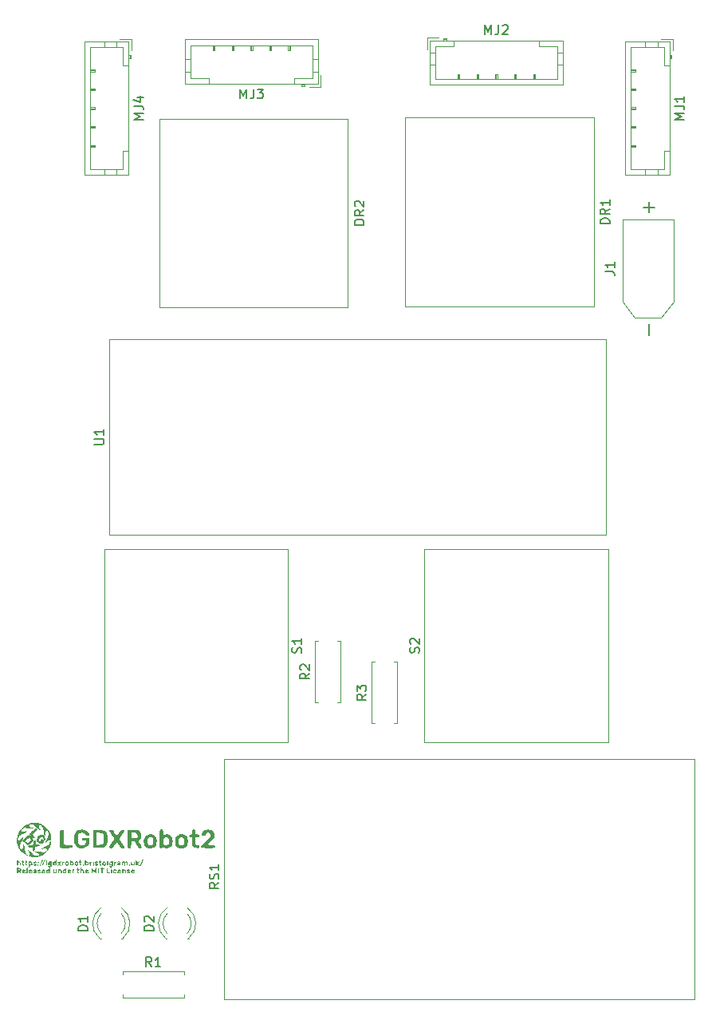
<source format=gbr>
%TF.GenerationSoftware,KiCad,Pcbnew,9.0.5*%
%TF.CreationDate,2025-10-05T18:23:17+01:00*%
%TF.ProjectId,Board,426f6172-642e-46b6-9963-61645f706362,v1*%
%TF.SameCoordinates,Original*%
%TF.FileFunction,Legend,Top*%
%TF.FilePolarity,Positive*%
%FSLAX46Y46*%
G04 Gerber Fmt 4.6, Leading zero omitted, Abs format (unit mm)*
G04 Created by KiCad (PCBNEW 9.0.5) date 2025-10-05 18:23:17*
%MOMM*%
%LPD*%
G01*
G04 APERTURE LIST*
%ADD10C,0.150000*%
%ADD11C,0.120000*%
%ADD12C,0.000000*%
G04 APERTURE END LIST*
D10*
X113290873Y-140057289D02*
X112957540Y-139581098D01*
X112719445Y-140057289D02*
X112719445Y-139057289D01*
X112719445Y-139057289D02*
X113100397Y-139057289D01*
X113100397Y-139057289D02*
X113195635Y-139104908D01*
X113195635Y-139104908D02*
X113243254Y-139152527D01*
X113243254Y-139152527D02*
X113290873Y-139247765D01*
X113290873Y-139247765D02*
X113290873Y-139390622D01*
X113290873Y-139390622D02*
X113243254Y-139485860D01*
X113243254Y-139485860D02*
X113195635Y-139533479D01*
X113195635Y-139533479D02*
X113100397Y-139581098D01*
X113100397Y-139581098D02*
X112719445Y-139581098D01*
X114243254Y-140057289D02*
X113671826Y-140057289D01*
X113957540Y-140057289D02*
X113957540Y-139057289D01*
X113957540Y-139057289D02*
X113862302Y-139200146D01*
X113862302Y-139200146D02*
X113767064Y-139295384D01*
X113767064Y-139295384D02*
X113671826Y-139343003D01*
X120417687Y-131144572D02*
X119941496Y-131477905D01*
X120417687Y-131716000D02*
X119417687Y-131716000D01*
X119417687Y-131716000D02*
X119417687Y-131335048D01*
X119417687Y-131335048D02*
X119465306Y-131239810D01*
X119465306Y-131239810D02*
X119512925Y-131192191D01*
X119512925Y-131192191D02*
X119608163Y-131144572D01*
X119608163Y-131144572D02*
X119751020Y-131144572D01*
X119751020Y-131144572D02*
X119846258Y-131192191D01*
X119846258Y-131192191D02*
X119893877Y-131239810D01*
X119893877Y-131239810D02*
X119941496Y-131335048D01*
X119941496Y-131335048D02*
X119941496Y-131716000D01*
X120370068Y-130763619D02*
X120417687Y-130620762D01*
X120417687Y-130620762D02*
X120417687Y-130382667D01*
X120417687Y-130382667D02*
X120370068Y-130287429D01*
X120370068Y-130287429D02*
X120322448Y-130239810D01*
X120322448Y-130239810D02*
X120227210Y-130192191D01*
X120227210Y-130192191D02*
X120131972Y-130192191D01*
X120131972Y-130192191D02*
X120036734Y-130239810D01*
X120036734Y-130239810D02*
X119989115Y-130287429D01*
X119989115Y-130287429D02*
X119941496Y-130382667D01*
X119941496Y-130382667D02*
X119893877Y-130573143D01*
X119893877Y-130573143D02*
X119846258Y-130668381D01*
X119846258Y-130668381D02*
X119798639Y-130716000D01*
X119798639Y-130716000D02*
X119703401Y-130763619D01*
X119703401Y-130763619D02*
X119608163Y-130763619D01*
X119608163Y-130763619D02*
X119512925Y-130716000D01*
X119512925Y-130716000D02*
X119465306Y-130668381D01*
X119465306Y-130668381D02*
X119417687Y-130573143D01*
X119417687Y-130573143D02*
X119417687Y-130335048D01*
X119417687Y-130335048D02*
X119465306Y-130192191D01*
X120417687Y-129239810D02*
X120417687Y-129811238D01*
X120417687Y-129525524D02*
X119417687Y-129525524D01*
X119417687Y-129525524D02*
X119560544Y-129620762D01*
X119560544Y-129620762D02*
X119655782Y-129716000D01*
X119655782Y-129716000D02*
X119703401Y-129811238D01*
X135834819Y-61358094D02*
X134834819Y-61358094D01*
X134834819Y-61358094D02*
X134834819Y-61119999D01*
X134834819Y-61119999D02*
X134882438Y-60977142D01*
X134882438Y-60977142D02*
X134977676Y-60881904D01*
X134977676Y-60881904D02*
X135072914Y-60834285D01*
X135072914Y-60834285D02*
X135263390Y-60786666D01*
X135263390Y-60786666D02*
X135406247Y-60786666D01*
X135406247Y-60786666D02*
X135596723Y-60834285D01*
X135596723Y-60834285D02*
X135691961Y-60881904D01*
X135691961Y-60881904D02*
X135787200Y-60977142D01*
X135787200Y-60977142D02*
X135834819Y-61119999D01*
X135834819Y-61119999D02*
X135834819Y-61358094D01*
X135834819Y-59786666D02*
X135358628Y-60119999D01*
X135834819Y-60358094D02*
X134834819Y-60358094D01*
X134834819Y-60358094D02*
X134834819Y-59977142D01*
X134834819Y-59977142D02*
X134882438Y-59881904D01*
X134882438Y-59881904D02*
X134930057Y-59834285D01*
X134930057Y-59834285D02*
X135025295Y-59786666D01*
X135025295Y-59786666D02*
X135168152Y-59786666D01*
X135168152Y-59786666D02*
X135263390Y-59834285D01*
X135263390Y-59834285D02*
X135311009Y-59881904D01*
X135311009Y-59881904D02*
X135358628Y-59977142D01*
X135358628Y-59977142D02*
X135358628Y-60358094D01*
X134930057Y-59405713D02*
X134882438Y-59358094D01*
X134882438Y-59358094D02*
X134834819Y-59262856D01*
X134834819Y-59262856D02*
X134834819Y-59024761D01*
X134834819Y-59024761D02*
X134882438Y-58929523D01*
X134882438Y-58929523D02*
X134930057Y-58881904D01*
X134930057Y-58881904D02*
X135025295Y-58834285D01*
X135025295Y-58834285D02*
X135120533Y-58834285D01*
X135120533Y-58834285D02*
X135263390Y-58881904D01*
X135263390Y-58881904D02*
X135834819Y-59453332D01*
X135834819Y-59453332D02*
X135834819Y-58834285D01*
X148699524Y-41174819D02*
X148699524Y-40174819D01*
X148699524Y-40174819D02*
X149032857Y-40889104D01*
X149032857Y-40889104D02*
X149366190Y-40174819D01*
X149366190Y-40174819D02*
X149366190Y-41174819D01*
X150128095Y-40174819D02*
X150128095Y-40889104D01*
X150128095Y-40889104D02*
X150080476Y-41031961D01*
X150080476Y-41031961D02*
X149985238Y-41127200D01*
X149985238Y-41127200D02*
X149842381Y-41174819D01*
X149842381Y-41174819D02*
X149747143Y-41174819D01*
X150556667Y-40270057D02*
X150604286Y-40222438D01*
X150604286Y-40222438D02*
X150699524Y-40174819D01*
X150699524Y-40174819D02*
X150937619Y-40174819D01*
X150937619Y-40174819D02*
X151032857Y-40222438D01*
X151032857Y-40222438D02*
X151080476Y-40270057D01*
X151080476Y-40270057D02*
X151128095Y-40365295D01*
X151128095Y-40365295D02*
X151128095Y-40460533D01*
X151128095Y-40460533D02*
X151080476Y-40603390D01*
X151080476Y-40603390D02*
X150509048Y-41174819D01*
X150509048Y-41174819D02*
X151128095Y-41174819D01*
X136084819Y-111166666D02*
X135608628Y-111499999D01*
X136084819Y-111738094D02*
X135084819Y-111738094D01*
X135084819Y-111738094D02*
X135084819Y-111357142D01*
X135084819Y-111357142D02*
X135132438Y-111261904D01*
X135132438Y-111261904D02*
X135180057Y-111214285D01*
X135180057Y-111214285D02*
X135275295Y-111166666D01*
X135275295Y-111166666D02*
X135418152Y-111166666D01*
X135418152Y-111166666D02*
X135513390Y-111214285D01*
X135513390Y-111214285D02*
X135561009Y-111261904D01*
X135561009Y-111261904D02*
X135608628Y-111357142D01*
X135608628Y-111357142D02*
X135608628Y-111738094D01*
X135084819Y-110833332D02*
X135084819Y-110214285D01*
X135084819Y-110214285D02*
X135465771Y-110547618D01*
X135465771Y-110547618D02*
X135465771Y-110404761D01*
X135465771Y-110404761D02*
X135513390Y-110309523D01*
X135513390Y-110309523D02*
X135561009Y-110261904D01*
X135561009Y-110261904D02*
X135656247Y-110214285D01*
X135656247Y-110214285D02*
X135894342Y-110214285D01*
X135894342Y-110214285D02*
X135989580Y-110261904D01*
X135989580Y-110261904D02*
X136037200Y-110309523D01*
X136037200Y-110309523D02*
X136084819Y-110404761D01*
X136084819Y-110404761D02*
X136084819Y-110690475D01*
X136084819Y-110690475D02*
X136037200Y-110785713D01*
X136037200Y-110785713D02*
X135989580Y-110833332D01*
X107214819Y-84651904D02*
X108024342Y-84651904D01*
X108024342Y-84651904D02*
X108119580Y-84604285D01*
X108119580Y-84604285D02*
X108167200Y-84556666D01*
X108167200Y-84556666D02*
X108214819Y-84461428D01*
X108214819Y-84461428D02*
X108214819Y-84270952D01*
X108214819Y-84270952D02*
X108167200Y-84175714D01*
X108167200Y-84175714D02*
X108119580Y-84128095D01*
X108119580Y-84128095D02*
X108024342Y-84080476D01*
X108024342Y-84080476D02*
X107214819Y-84080476D01*
X108214819Y-83080476D02*
X108214819Y-83651904D01*
X108214819Y-83366190D02*
X107214819Y-83366190D01*
X107214819Y-83366190D02*
X107357676Y-83461428D01*
X107357676Y-83461428D02*
X107452914Y-83556666D01*
X107452914Y-83556666D02*
X107500533Y-83651904D01*
X161454819Y-66333333D02*
X162169104Y-66333333D01*
X162169104Y-66333333D02*
X162311961Y-66380952D01*
X162311961Y-66380952D02*
X162407200Y-66476190D01*
X162407200Y-66476190D02*
X162454819Y-66619047D01*
X162454819Y-66619047D02*
X162454819Y-66714285D01*
X162454819Y-65333333D02*
X162454819Y-65904761D01*
X162454819Y-65619047D02*
X161454819Y-65619047D01*
X161454819Y-65619047D02*
X161597676Y-65714285D01*
X161597676Y-65714285D02*
X161692914Y-65809523D01*
X161692914Y-65809523D02*
X161740533Y-65904761D01*
X166114700Y-60071428D02*
X166114700Y-58928571D01*
X166686128Y-59499999D02*
X165543271Y-59499999D01*
X166114700Y-73071428D02*
X166114700Y-71928571D01*
X112404819Y-50190475D02*
X111404819Y-50190475D01*
X111404819Y-50190475D02*
X112119104Y-49857142D01*
X112119104Y-49857142D02*
X111404819Y-49523809D01*
X111404819Y-49523809D02*
X112404819Y-49523809D01*
X111404819Y-48761904D02*
X112119104Y-48761904D01*
X112119104Y-48761904D02*
X112261961Y-48809523D01*
X112261961Y-48809523D02*
X112357200Y-48904761D01*
X112357200Y-48904761D02*
X112404819Y-49047618D01*
X112404819Y-49047618D02*
X112404819Y-49142856D01*
X111738152Y-47857142D02*
X112404819Y-47857142D01*
X111357200Y-48095237D02*
X112071485Y-48333332D01*
X112071485Y-48333332D02*
X112071485Y-47714285D01*
X113489688Y-136227524D02*
X112489688Y-136227524D01*
X112489688Y-136227524D02*
X112489688Y-135989429D01*
X112489688Y-135989429D02*
X112537307Y-135846572D01*
X112537307Y-135846572D02*
X112632545Y-135751334D01*
X112632545Y-135751334D02*
X112727783Y-135703715D01*
X112727783Y-135703715D02*
X112918259Y-135656096D01*
X112918259Y-135656096D02*
X113061116Y-135656096D01*
X113061116Y-135656096D02*
X113251592Y-135703715D01*
X113251592Y-135703715D02*
X113346830Y-135751334D01*
X113346830Y-135751334D02*
X113442069Y-135846572D01*
X113442069Y-135846572D02*
X113489688Y-135989429D01*
X113489688Y-135989429D02*
X113489688Y-136227524D01*
X112584926Y-135275143D02*
X112537307Y-135227524D01*
X112537307Y-135227524D02*
X112489688Y-135132286D01*
X112489688Y-135132286D02*
X112489688Y-134894191D01*
X112489688Y-134894191D02*
X112537307Y-134798953D01*
X112537307Y-134798953D02*
X112584926Y-134751334D01*
X112584926Y-134751334D02*
X112680164Y-134703715D01*
X112680164Y-134703715D02*
X112775402Y-134703715D01*
X112775402Y-134703715D02*
X112918259Y-134751334D01*
X112918259Y-134751334D02*
X113489688Y-135322762D01*
X113489688Y-135322762D02*
X113489688Y-134703715D01*
X122699524Y-47974819D02*
X122699524Y-46974819D01*
X122699524Y-46974819D02*
X123032857Y-47689104D01*
X123032857Y-47689104D02*
X123366190Y-46974819D01*
X123366190Y-46974819D02*
X123366190Y-47974819D01*
X124128095Y-46974819D02*
X124128095Y-47689104D01*
X124128095Y-47689104D02*
X124080476Y-47831961D01*
X124080476Y-47831961D02*
X123985238Y-47927200D01*
X123985238Y-47927200D02*
X123842381Y-47974819D01*
X123842381Y-47974819D02*
X123747143Y-47974819D01*
X124509048Y-46974819D02*
X125128095Y-46974819D01*
X125128095Y-46974819D02*
X124794762Y-47355771D01*
X124794762Y-47355771D02*
X124937619Y-47355771D01*
X124937619Y-47355771D02*
X125032857Y-47403390D01*
X125032857Y-47403390D02*
X125080476Y-47451009D01*
X125080476Y-47451009D02*
X125128095Y-47546247D01*
X125128095Y-47546247D02*
X125128095Y-47784342D01*
X125128095Y-47784342D02*
X125080476Y-47879580D01*
X125080476Y-47879580D02*
X125032857Y-47927200D01*
X125032857Y-47927200D02*
X124937619Y-47974819D01*
X124937619Y-47974819D02*
X124651905Y-47974819D01*
X124651905Y-47974819D02*
X124556667Y-47927200D01*
X124556667Y-47927200D02*
X124509048Y-47879580D01*
X106494510Y-136227524D02*
X105494510Y-136227524D01*
X105494510Y-136227524D02*
X105494510Y-135989429D01*
X105494510Y-135989429D02*
X105542129Y-135846572D01*
X105542129Y-135846572D02*
X105637367Y-135751334D01*
X105637367Y-135751334D02*
X105732605Y-135703715D01*
X105732605Y-135703715D02*
X105923081Y-135656096D01*
X105923081Y-135656096D02*
X106065938Y-135656096D01*
X106065938Y-135656096D02*
X106256414Y-135703715D01*
X106256414Y-135703715D02*
X106351652Y-135751334D01*
X106351652Y-135751334D02*
X106446891Y-135846572D01*
X106446891Y-135846572D02*
X106494510Y-135989429D01*
X106494510Y-135989429D02*
X106494510Y-136227524D01*
X106494510Y-134703715D02*
X106494510Y-135275143D01*
X106494510Y-134989429D02*
X105494510Y-134989429D01*
X105494510Y-134989429D02*
X105637367Y-135084667D01*
X105637367Y-135084667D02*
X105732605Y-135179905D01*
X105732605Y-135179905D02*
X105780224Y-135275143D01*
X169854819Y-50190475D02*
X168854819Y-50190475D01*
X168854819Y-50190475D02*
X169569104Y-49857142D01*
X169569104Y-49857142D02*
X168854819Y-49523809D01*
X168854819Y-49523809D02*
X169854819Y-49523809D01*
X168854819Y-48761904D02*
X169569104Y-48761904D01*
X169569104Y-48761904D02*
X169711961Y-48809523D01*
X169711961Y-48809523D02*
X169807200Y-48904761D01*
X169807200Y-48904761D02*
X169854819Y-49047618D01*
X169854819Y-49047618D02*
X169854819Y-49142856D01*
X169854819Y-47761904D02*
X169854819Y-48333332D01*
X169854819Y-48047618D02*
X168854819Y-48047618D01*
X168854819Y-48047618D02*
X168997676Y-48142856D01*
X168997676Y-48142856D02*
X169092914Y-48238094D01*
X169092914Y-48238094D02*
X169140533Y-48333332D01*
X130060131Y-108954945D02*
X129583940Y-109288278D01*
X130060131Y-109526373D02*
X129060131Y-109526373D01*
X129060131Y-109526373D02*
X129060131Y-109145421D01*
X129060131Y-109145421D02*
X129107750Y-109050183D01*
X129107750Y-109050183D02*
X129155369Y-109002564D01*
X129155369Y-109002564D02*
X129250607Y-108954945D01*
X129250607Y-108954945D02*
X129393464Y-108954945D01*
X129393464Y-108954945D02*
X129488702Y-109002564D01*
X129488702Y-109002564D02*
X129536321Y-109050183D01*
X129536321Y-109050183D02*
X129583940Y-109145421D01*
X129583940Y-109145421D02*
X129583940Y-109526373D01*
X129155369Y-108573992D02*
X129107750Y-108526373D01*
X129107750Y-108526373D02*
X129060131Y-108431135D01*
X129060131Y-108431135D02*
X129060131Y-108193040D01*
X129060131Y-108193040D02*
X129107750Y-108097802D01*
X129107750Y-108097802D02*
X129155369Y-108050183D01*
X129155369Y-108050183D02*
X129250607Y-108002564D01*
X129250607Y-108002564D02*
X129345845Y-108002564D01*
X129345845Y-108002564D02*
X129488702Y-108050183D01*
X129488702Y-108050183D02*
X130060131Y-108621611D01*
X130060131Y-108621611D02*
X130060131Y-108002564D01*
X129157200Y-106761904D02*
X129204819Y-106619047D01*
X129204819Y-106619047D02*
X129204819Y-106380952D01*
X129204819Y-106380952D02*
X129157200Y-106285714D01*
X129157200Y-106285714D02*
X129109580Y-106238095D01*
X129109580Y-106238095D02*
X129014342Y-106190476D01*
X129014342Y-106190476D02*
X128919104Y-106190476D01*
X128919104Y-106190476D02*
X128823866Y-106238095D01*
X128823866Y-106238095D02*
X128776247Y-106285714D01*
X128776247Y-106285714D02*
X128728628Y-106380952D01*
X128728628Y-106380952D02*
X128681009Y-106571428D01*
X128681009Y-106571428D02*
X128633390Y-106666666D01*
X128633390Y-106666666D02*
X128585771Y-106714285D01*
X128585771Y-106714285D02*
X128490533Y-106761904D01*
X128490533Y-106761904D02*
X128395295Y-106761904D01*
X128395295Y-106761904D02*
X128300057Y-106714285D01*
X128300057Y-106714285D02*
X128252438Y-106666666D01*
X128252438Y-106666666D02*
X128204819Y-106571428D01*
X128204819Y-106571428D02*
X128204819Y-106333333D01*
X128204819Y-106333333D02*
X128252438Y-106190476D01*
X129204819Y-105238095D02*
X129204819Y-105809523D01*
X129204819Y-105523809D02*
X128204819Y-105523809D01*
X128204819Y-105523809D02*
X128347676Y-105619047D01*
X128347676Y-105619047D02*
X128442914Y-105714285D01*
X128442914Y-105714285D02*
X128490533Y-105809523D01*
X141657200Y-106761904D02*
X141704819Y-106619047D01*
X141704819Y-106619047D02*
X141704819Y-106380952D01*
X141704819Y-106380952D02*
X141657200Y-106285714D01*
X141657200Y-106285714D02*
X141609580Y-106238095D01*
X141609580Y-106238095D02*
X141514342Y-106190476D01*
X141514342Y-106190476D02*
X141419104Y-106190476D01*
X141419104Y-106190476D02*
X141323866Y-106238095D01*
X141323866Y-106238095D02*
X141276247Y-106285714D01*
X141276247Y-106285714D02*
X141228628Y-106380952D01*
X141228628Y-106380952D02*
X141181009Y-106571428D01*
X141181009Y-106571428D02*
X141133390Y-106666666D01*
X141133390Y-106666666D02*
X141085771Y-106714285D01*
X141085771Y-106714285D02*
X140990533Y-106761904D01*
X140990533Y-106761904D02*
X140895295Y-106761904D01*
X140895295Y-106761904D02*
X140800057Y-106714285D01*
X140800057Y-106714285D02*
X140752438Y-106666666D01*
X140752438Y-106666666D02*
X140704819Y-106571428D01*
X140704819Y-106571428D02*
X140704819Y-106333333D01*
X140704819Y-106333333D02*
X140752438Y-106190476D01*
X140800057Y-105809523D02*
X140752438Y-105761904D01*
X140752438Y-105761904D02*
X140704819Y-105666666D01*
X140704819Y-105666666D02*
X140704819Y-105428571D01*
X140704819Y-105428571D02*
X140752438Y-105333333D01*
X140752438Y-105333333D02*
X140800057Y-105285714D01*
X140800057Y-105285714D02*
X140895295Y-105238095D01*
X140895295Y-105238095D02*
X140990533Y-105238095D01*
X140990533Y-105238095D02*
X141133390Y-105285714D01*
X141133390Y-105285714D02*
X141704819Y-105857142D01*
X141704819Y-105857142D02*
X141704819Y-105238095D01*
X161924819Y-61238094D02*
X160924819Y-61238094D01*
X160924819Y-61238094D02*
X160924819Y-60999999D01*
X160924819Y-60999999D02*
X160972438Y-60857142D01*
X160972438Y-60857142D02*
X161067676Y-60761904D01*
X161067676Y-60761904D02*
X161162914Y-60714285D01*
X161162914Y-60714285D02*
X161353390Y-60666666D01*
X161353390Y-60666666D02*
X161496247Y-60666666D01*
X161496247Y-60666666D02*
X161686723Y-60714285D01*
X161686723Y-60714285D02*
X161781961Y-60761904D01*
X161781961Y-60761904D02*
X161877200Y-60857142D01*
X161877200Y-60857142D02*
X161924819Y-60999999D01*
X161924819Y-60999999D02*
X161924819Y-61238094D01*
X161924819Y-59666666D02*
X161448628Y-59999999D01*
X161924819Y-60238094D02*
X160924819Y-60238094D01*
X160924819Y-60238094D02*
X160924819Y-59857142D01*
X160924819Y-59857142D02*
X160972438Y-59761904D01*
X160972438Y-59761904D02*
X161020057Y-59714285D01*
X161020057Y-59714285D02*
X161115295Y-59666666D01*
X161115295Y-59666666D02*
X161258152Y-59666666D01*
X161258152Y-59666666D02*
X161353390Y-59714285D01*
X161353390Y-59714285D02*
X161401009Y-59761904D01*
X161401009Y-59761904D02*
X161448628Y-59857142D01*
X161448628Y-59857142D02*
X161448628Y-60238094D01*
X161924819Y-58714285D02*
X161924819Y-59285713D01*
X161924819Y-58999999D02*
X160924819Y-58999999D01*
X160924819Y-58999999D02*
X161067676Y-59095237D01*
X161067676Y-59095237D02*
X161162914Y-59190475D01*
X161162914Y-59190475D02*
X161210533Y-59285713D01*
D11*
%TO.C,R1*%
X110187540Y-140602470D02*
X116727540Y-140602470D01*
X110187540Y-140932470D02*
X110187540Y-140602470D01*
X110187540Y-143012470D02*
X110187540Y-143342470D01*
X110187540Y-143342470D02*
X116727540Y-143342470D01*
X116727540Y-140602470D02*
X116727540Y-140932470D01*
X116727540Y-143342470D02*
X116727540Y-143012470D01*
%TO.C,RS1*%
X120962868Y-134141715D02*
X120962868Y-126861715D01*
X170962868Y-118001715D02*
X120962868Y-118001715D01*
X120962868Y-143501715D01*
X170962868Y-143501715D01*
X170962868Y-118001715D01*
%TO.C,DR2*%
X134140000Y-70120000D02*
X114140000Y-70120000D01*
X114140000Y-50120000D01*
X134140000Y-50120000D01*
X134140000Y-70120000D01*
%TO.C,MJ2*%
X142530000Y-41510000D02*
X142530000Y-42760000D01*
X142830000Y-41810000D02*
X142830000Y-46530000D01*
X142830000Y-43120000D02*
X143440000Y-43120000D01*
X142830000Y-44420000D02*
X143440000Y-44420000D01*
X142830000Y-46530000D02*
X156950000Y-46530000D01*
X143440000Y-42420000D02*
X143440000Y-45920000D01*
X143440000Y-45920000D02*
X156340000Y-45920000D01*
X143780000Y-41510000D02*
X142530000Y-41510000D01*
X144290000Y-41610000D02*
X144290000Y-41810000D01*
X144590000Y-41610000D02*
X144290000Y-41610000D01*
X144590000Y-41710000D02*
X144290000Y-41710000D01*
X144590000Y-41810000D02*
X144590000Y-41610000D01*
X145390000Y-41810000D02*
X145390000Y-42420000D01*
X145390000Y-42420000D02*
X143440000Y-42420000D01*
X145790000Y-45420000D02*
X145990000Y-45420000D01*
X145790000Y-45920000D02*
X145790000Y-45420000D01*
X145890000Y-45920000D02*
X145890000Y-45420000D01*
X145990000Y-45420000D02*
X145990000Y-45920000D01*
X147790000Y-45420000D02*
X147990000Y-45420000D01*
X147790000Y-45920000D02*
X147790000Y-45420000D01*
X147890000Y-45920000D02*
X147890000Y-45420000D01*
X147990000Y-45420000D02*
X147990000Y-45920000D01*
X149790000Y-45420000D02*
X149990000Y-45420000D01*
X149790000Y-45920000D02*
X149790000Y-45420000D01*
X149890000Y-45920000D02*
X149890000Y-45420000D01*
X149990000Y-45420000D02*
X149990000Y-45920000D01*
X151790000Y-45420000D02*
X151990000Y-45420000D01*
X151790000Y-45920000D02*
X151790000Y-45420000D01*
X151890000Y-45920000D02*
X151890000Y-45420000D01*
X151990000Y-45420000D02*
X151990000Y-45920000D01*
X153790000Y-45420000D02*
X153990000Y-45420000D01*
X153790000Y-45920000D02*
X153790000Y-45420000D01*
X153890000Y-45920000D02*
X153890000Y-45420000D01*
X153990000Y-45420000D02*
X153990000Y-45920000D01*
X154390000Y-42420000D02*
X154390000Y-41810000D01*
X156340000Y-42420000D02*
X154390000Y-42420000D01*
X156340000Y-45920000D02*
X156340000Y-42420000D01*
X156950000Y-41810000D02*
X142830000Y-41810000D01*
X156950000Y-43120000D02*
X156340000Y-43120000D01*
X156950000Y-44420000D02*
X156340000Y-44420000D01*
X156950000Y-46530000D02*
X156950000Y-41810000D01*
%TO.C,R3*%
X136630000Y-107730000D02*
X136960000Y-107730000D01*
X136630000Y-114270000D02*
X136630000Y-107730000D01*
X136960000Y-114270000D02*
X136630000Y-114270000D01*
X139040000Y-114270000D02*
X139370000Y-114270000D01*
X139370000Y-107730000D02*
X139040000Y-107730000D01*
X139370000Y-114270000D02*
X139370000Y-107730000D01*
%TO.C,U1*%
X108760000Y-73500000D02*
X161570000Y-73500000D01*
X161570000Y-94280000D01*
X108760000Y-94280000D01*
X108760000Y-73500000D01*
%TO.C,J1*%
X163290000Y-60790000D02*
X168710000Y-60790000D01*
X163290000Y-69510000D02*
X163290000Y-60790000D01*
X164590000Y-71210000D02*
X163290000Y-69510000D01*
X164590000Y-71210000D02*
X167410000Y-71210000D01*
X167410000Y-71210000D02*
X168710000Y-69510000D01*
X168710000Y-69510000D02*
X168710000Y-60790000D01*
%TO.C,MJ4*%
X106140000Y-41940000D02*
X106140000Y-56060000D01*
X106140000Y-56060000D02*
X110860000Y-56060000D01*
X106750000Y-42550000D02*
X106750000Y-55450000D01*
X106750000Y-44900000D02*
X107250000Y-44900000D01*
X106750000Y-45000000D02*
X107250000Y-45000000D01*
X106750000Y-46900000D02*
X107250000Y-46900000D01*
X106750000Y-47000000D02*
X107250000Y-47000000D01*
X106750000Y-48900000D02*
X107250000Y-48900000D01*
X106750000Y-49000000D02*
X107250000Y-49000000D01*
X106750000Y-50900000D02*
X107250000Y-50900000D01*
X106750000Y-51000000D02*
X107250000Y-51000000D01*
X106750000Y-52900000D02*
X107250000Y-52900000D01*
X106750000Y-53000000D02*
X107250000Y-53000000D01*
X106750000Y-55450000D02*
X110250000Y-55450000D01*
X107250000Y-44900000D02*
X107250000Y-45100000D01*
X107250000Y-45100000D02*
X106750000Y-45100000D01*
X107250000Y-46900000D02*
X107250000Y-47100000D01*
X107250000Y-47100000D02*
X106750000Y-47100000D01*
X107250000Y-48900000D02*
X107250000Y-49100000D01*
X107250000Y-49100000D02*
X106750000Y-49100000D01*
X107250000Y-50900000D02*
X107250000Y-51100000D01*
X107250000Y-51100000D02*
X106750000Y-51100000D01*
X107250000Y-52900000D02*
X107250000Y-53100000D01*
X107250000Y-53100000D02*
X106750000Y-53100000D01*
X108250000Y-41940000D02*
X108250000Y-42550000D01*
X108250000Y-56060000D02*
X108250000Y-55450000D01*
X109550000Y-41940000D02*
X109550000Y-42550000D01*
X109550000Y-56060000D02*
X109550000Y-55450000D01*
X110250000Y-42550000D02*
X106750000Y-42550000D01*
X110250000Y-44500000D02*
X110250000Y-42550000D01*
X110250000Y-53500000D02*
X110860000Y-53500000D01*
X110250000Y-55450000D02*
X110250000Y-53500000D01*
X110860000Y-41940000D02*
X106140000Y-41940000D01*
X110860000Y-43700000D02*
X111060000Y-43700000D01*
X110860000Y-44500000D02*
X110250000Y-44500000D01*
X110860000Y-56060000D02*
X110860000Y-41940000D01*
X110960000Y-43700000D02*
X110960000Y-43400000D01*
X111060000Y-43400000D02*
X110860000Y-43400000D01*
X111060000Y-43700000D02*
X111060000Y-43400000D01*
X111160000Y-41640000D02*
X109910000Y-41640000D01*
X111160000Y-42890000D02*
X111160000Y-41640000D01*
%TO.C,D2*%
X114758869Y-137049430D02*
X114914869Y-137049430D01*
X117074869Y-137049430D02*
X117230869Y-137049430D01*
X114759353Y-137049430D02*
G75*
G02*
X114914869Y-133817993I1235516J1560000D01*
G01*
X114914869Y-136530391D02*
G75*
G02*
X114914869Y-134448469I1080000J1040961D01*
G01*
X117074869Y-133817993D02*
G75*
G02*
X117230385Y-137049430I-1080000J-1671437D01*
G01*
X117074869Y-134448469D02*
G75*
G02*
X117074869Y-136530391I-1080000J-1040961D01*
G01*
%TO.C,MJ3*%
X116830000Y-41710000D02*
X116830000Y-46430000D01*
X116830000Y-43820000D02*
X117440000Y-43820000D01*
X116830000Y-45120000D02*
X117440000Y-45120000D01*
X116830000Y-46430000D02*
X130950000Y-46430000D01*
X117440000Y-42320000D02*
X117440000Y-45820000D01*
X117440000Y-45820000D02*
X119390000Y-45820000D01*
X119390000Y-45820000D02*
X119390000Y-46430000D01*
X119790000Y-42820000D02*
X119790000Y-42320000D01*
X119890000Y-42320000D02*
X119890000Y-42820000D01*
X119990000Y-42320000D02*
X119990000Y-42820000D01*
X119990000Y-42820000D02*
X119790000Y-42820000D01*
X121790000Y-42820000D02*
X121790000Y-42320000D01*
X121890000Y-42320000D02*
X121890000Y-42820000D01*
X121990000Y-42320000D02*
X121990000Y-42820000D01*
X121990000Y-42820000D02*
X121790000Y-42820000D01*
X123790000Y-42820000D02*
X123790000Y-42320000D01*
X123890000Y-42320000D02*
X123890000Y-42820000D01*
X123990000Y-42320000D02*
X123990000Y-42820000D01*
X123990000Y-42820000D02*
X123790000Y-42820000D01*
X125790000Y-42820000D02*
X125790000Y-42320000D01*
X125890000Y-42320000D02*
X125890000Y-42820000D01*
X125990000Y-42320000D02*
X125990000Y-42820000D01*
X125990000Y-42820000D02*
X125790000Y-42820000D01*
X127790000Y-42820000D02*
X127790000Y-42320000D01*
X127890000Y-42320000D02*
X127890000Y-42820000D01*
X127990000Y-42320000D02*
X127990000Y-42820000D01*
X127990000Y-42820000D02*
X127790000Y-42820000D01*
X128390000Y-45820000D02*
X130340000Y-45820000D01*
X128390000Y-46430000D02*
X128390000Y-45820000D01*
X129190000Y-46430000D02*
X129190000Y-46630000D01*
X129190000Y-46530000D02*
X129490000Y-46530000D01*
X129190000Y-46630000D02*
X129490000Y-46630000D01*
X129490000Y-46630000D02*
X129490000Y-46430000D01*
X130000000Y-46730000D02*
X131250000Y-46730000D01*
X130340000Y-42320000D02*
X117440000Y-42320000D01*
X130340000Y-45820000D02*
X130340000Y-42320000D01*
X130950000Y-41710000D02*
X116830000Y-41710000D01*
X130950000Y-43820000D02*
X130340000Y-43820000D01*
X130950000Y-45120000D02*
X130340000Y-45120000D01*
X130950000Y-46430000D02*
X130950000Y-41710000D01*
X131250000Y-46730000D02*
X131250000Y-45480000D01*
%TO.C,D1*%
X107763691Y-137049430D02*
X107919691Y-137049430D01*
X110079691Y-137049430D02*
X110235691Y-137049430D01*
X107764175Y-137049430D02*
G75*
G02*
X107919691Y-133817993I1235516J1560000D01*
G01*
X107919691Y-136530391D02*
G75*
G02*
X107919691Y-134448469I1080000J1040961D01*
G01*
X110079691Y-133817993D02*
G75*
G02*
X110235207Y-137049430I-1080000J-1671437D01*
G01*
X110079691Y-134448469D02*
G75*
G02*
X110079691Y-136530391I-1080000J-1040961D01*
G01*
D12*
%TO.C,*%
G36*
X101289633Y-129243925D02*
G01*
X101305067Y-129287724D01*
X101288308Y-129332584D01*
X101233558Y-129344931D01*
X101177484Y-129331524D01*
X101162049Y-129287724D01*
X101178809Y-129242865D01*
X101233558Y-129230517D01*
X101289633Y-129243925D01*
G37*
G36*
X107158188Y-128762141D02*
G01*
X107168806Y-128787161D01*
X107144959Y-128822103D01*
X107111599Y-128830067D01*
X107065010Y-128812182D01*
X107054392Y-128787161D01*
X107078238Y-128752219D01*
X107111599Y-128744256D01*
X107158188Y-128762141D01*
G37*
G36*
X109090506Y-129600412D02*
G01*
X109106703Y-129631259D01*
X109079170Y-129655217D01*
X109044726Y-129659571D01*
X108984748Y-129644581D01*
X108970833Y-129614676D01*
X108992494Y-129580565D01*
X109032951Y-129578922D01*
X109090506Y-129600412D01*
G37*
G36*
X101280553Y-128939738D02*
G01*
X101300746Y-128984702D01*
X101299702Y-128994122D01*
X101270181Y-129039750D01*
X101221709Y-129053025D01*
X101179557Y-129029567D01*
X101172467Y-129016181D01*
X101172137Y-128960288D01*
X101184932Y-128938760D01*
X101233615Y-128920404D01*
X101280553Y-128939738D01*
G37*
G36*
X106061665Y-129240563D02*
G01*
X106076708Y-129280573D01*
X106071416Y-129330775D01*
X106027222Y-129344916D01*
X106024662Y-129344931D01*
X105978790Y-129331866D01*
X105972248Y-129283268D01*
X105972616Y-129280573D01*
X105995995Y-129230255D01*
X106024662Y-129216215D01*
X106061665Y-129240563D01*
G37*
G36*
X110952882Y-129240563D02*
G01*
X110967924Y-129280573D01*
X110962633Y-129330775D01*
X110918438Y-129344916D01*
X110915878Y-129344931D01*
X110870006Y-129331866D01*
X110863464Y-129283268D01*
X110863832Y-129280573D01*
X110887211Y-129230255D01*
X110915878Y-129216215D01*
X110952882Y-129240563D01*
G37*
G36*
X103997139Y-128930846D02*
G01*
X104046604Y-128951727D01*
X104051287Y-128978789D01*
X104006085Y-129005700D01*
X103980993Y-129013060D01*
X103939083Y-129030499D01*
X103916366Y-129066379D01*
X103905310Y-129136716D01*
X103902333Y-129180364D01*
X103890803Y-129278218D01*
X103868669Y-129328072D01*
X103849393Y-129338501D01*
X103798526Y-129334859D01*
X103785035Y-129326851D01*
X103774863Y-129289954D01*
X103767645Y-129212759D01*
X103764977Y-129114636D01*
X103764977Y-128922478D01*
X103907995Y-128922478D01*
X103997139Y-128930846D01*
G37*
G36*
X105089494Y-129757232D02*
G01*
X105134662Y-129778546D01*
X105127963Y-129809327D01*
X105066921Y-129845195D01*
X105052139Y-129851041D01*
X105001189Y-129875098D01*
X104975776Y-129909087D01*
X104967125Y-129971203D01*
X104966329Y-130028933D01*
X104963421Y-130115622D01*
X104951036Y-130159212D01*
X104923681Y-130173672D01*
X104909121Y-130174436D01*
X104879721Y-130169309D01*
X104862546Y-130145977D01*
X104854375Y-130092515D01*
X104851986Y-129996998D01*
X104851914Y-129962655D01*
X104851914Y-129750873D01*
X104994932Y-129749765D01*
X105089494Y-129757232D01*
G37*
G36*
X106944529Y-128928147D02*
G01*
X106993343Y-128948960D01*
X106996346Y-128975883D01*
X106949271Y-129002100D01*
X106911374Y-129011699D01*
X106862298Y-129024902D01*
X106836744Y-129049578D01*
X106827052Y-129101362D01*
X106825563Y-129186897D01*
X106823102Y-129278063D01*
X106812455Y-129325649D01*
X106788722Y-129343189D01*
X106768356Y-129344931D01*
X106738956Y-129339804D01*
X106721780Y-129316472D01*
X106713609Y-129263010D01*
X106711220Y-129167493D01*
X106711148Y-129133150D01*
X106711148Y-128921369D01*
X106854166Y-128920261D01*
X106944529Y-128928147D01*
G37*
G36*
X107140848Y-128920944D02*
G01*
X107158010Y-128944048D01*
X107166246Y-128997045D01*
X107168716Y-129091788D01*
X107168806Y-129130404D01*
X107167455Y-129240089D01*
X107161294Y-129304446D01*
X107147162Y-129335330D01*
X107121897Y-129344595D01*
X107111599Y-129344931D01*
X107082350Y-129339865D01*
X107065188Y-129316761D01*
X107056952Y-129263764D01*
X107054481Y-129169021D01*
X107054392Y-129130404D01*
X107055743Y-129020719D01*
X107061904Y-128956363D01*
X107076036Y-128925479D01*
X107101301Y-128916214D01*
X107111599Y-128915877D01*
X107140848Y-128920944D01*
G37*
G36*
X109057290Y-129750449D02*
G01*
X109074451Y-129773553D01*
X109082687Y-129826549D01*
X109085158Y-129921293D01*
X109085248Y-129959909D01*
X109082359Y-130076938D01*
X109072722Y-130145185D01*
X109054884Y-130172829D01*
X109047109Y-130174436D01*
X108998462Y-130161730D01*
X108989902Y-130155367D01*
X108980310Y-130119066D01*
X108973461Y-130042183D01*
X108970833Y-129941326D01*
X108970833Y-129940840D01*
X108972450Y-129837134D01*
X108979715Y-129778234D01*
X108996245Y-129751777D01*
X109025661Y-129745396D01*
X109028040Y-129745382D01*
X109057290Y-129750449D01*
G37*
G36*
X109519303Y-128924384D02*
G01*
X109563333Y-128940385D01*
X109571509Y-128960421D01*
X109548926Y-128997301D01*
X109530647Y-129001688D01*
X109463642Y-129027612D01*
X109418254Y-129099279D01*
X109400009Y-129207535D01*
X109399887Y-129218258D01*
X109396017Y-129297913D01*
X109380003Y-129335256D01*
X109345240Y-129344913D01*
X109342680Y-129344931D01*
X109313280Y-129339804D01*
X109296105Y-129316472D01*
X109287933Y-129263010D01*
X109285544Y-129167493D01*
X109285473Y-129133150D01*
X109285473Y-128921369D01*
X109428491Y-128920261D01*
X109519303Y-128924384D01*
G37*
G36*
X112393649Y-128700985D02*
G01*
X112395532Y-128722803D01*
X112305208Y-128948420D01*
X112225602Y-129131968D01*
X112158182Y-129270483D01*
X112104417Y-129361001D01*
X112065775Y-129400557D01*
X112058885Y-129402139D01*
X112038715Y-129396547D01*
X112033133Y-129374133D01*
X112044278Y-129326436D01*
X112074286Y-129244994D01*
X112125296Y-129121347D01*
X112136579Y-129094650D01*
X112189513Y-128968323D01*
X112234747Y-128857886D01*
X112267165Y-128775985D01*
X112281163Y-128737105D01*
X112317910Y-128695786D01*
X112352455Y-128687049D01*
X112393649Y-128700985D01*
G37*
G36*
X101980036Y-128694600D02*
G01*
X101977912Y-128728110D01*
X101954986Y-128800560D01*
X101916604Y-128900009D01*
X101868114Y-129014516D01*
X101814862Y-129132139D01*
X101762196Y-129240939D01*
X101715462Y-129328974D01*
X101680007Y-129384303D01*
X101665477Y-129397085D01*
X101625941Y-129393426D01*
X101619485Y-129382783D01*
X101629767Y-129348648D01*
X101657958Y-129272830D01*
X101699804Y-129166385D01*
X101751051Y-129040371D01*
X101753465Y-129034525D01*
X101823359Y-128873682D01*
X101879514Y-128764102D01*
X101924339Y-128702166D01*
X101960248Y-128684257D01*
X101980036Y-128694600D01*
G37*
G36*
X108592761Y-129599875D02*
G01*
X108607515Y-129641788D01*
X108616765Y-129723508D01*
X108621571Y-129822521D01*
X108629854Y-130056980D01*
X108764332Y-130065651D01*
X108853360Y-130077411D01*
X108897773Y-130101117D01*
X108908315Y-130124380D01*
X108906672Y-130150589D01*
X108881830Y-130165734D01*
X108822559Y-130172716D01*
X108717624Y-130174435D01*
X108714497Y-130174436D01*
X108511174Y-130174436D01*
X108519326Y-129881249D01*
X108524595Y-129745265D01*
X108532394Y-129657367D01*
X108544310Y-129608442D01*
X108561930Y-129589374D01*
X108570383Y-129588062D01*
X108592761Y-129599875D01*
G37*
G36*
X101725746Y-128693401D02*
G01*
X101730143Y-128717644D01*
X101718722Y-128767557D01*
X101689401Y-128850917D01*
X101640096Y-128975504D01*
X101611860Y-129044594D01*
X101546802Y-129198150D01*
X101496794Y-129304020D01*
X101458276Y-129368611D01*
X101427688Y-129398332D01*
X101413228Y-129402139D01*
X101380915Y-129396774D01*
X101377443Y-129370348D01*
X101399831Y-129309177D01*
X101427484Y-129242118D01*
X101469908Y-129139260D01*
X101520057Y-129017687D01*
X101547307Y-128951632D01*
X101604864Y-128819866D01*
X101649728Y-128736392D01*
X101685809Y-128694757D01*
X101707615Y-128687049D01*
X101725746Y-128693401D01*
G37*
G36*
X102127421Y-128749701D02*
G01*
X102150497Y-128760746D01*
X102165257Y-128790142D01*
X102173478Y-128848356D01*
X102176937Y-128945856D01*
X102177477Y-129044594D01*
X102176319Y-129176317D01*
X102171659Y-129261326D01*
X102161722Y-129310090D01*
X102144729Y-129333077D01*
X102127421Y-129339486D01*
X102105158Y-129338652D01*
X102090640Y-129319513D01*
X102082249Y-129272530D01*
X102078365Y-129188163D01*
X102077368Y-129056872D01*
X102077365Y-129044594D01*
X102078207Y-128909310D01*
X102081812Y-128821683D01*
X102089800Y-128772171D01*
X102103791Y-128751234D01*
X102125403Y-128749334D01*
X102127421Y-128749701D01*
G37*
G36*
X107675250Y-129598235D02*
G01*
X107689131Y-129634830D01*
X107698296Y-129706959D01*
X107704333Y-129823738D01*
X107706124Y-129881249D01*
X107709161Y-130013110D01*
X107708251Y-130098074D01*
X107701607Y-130146410D01*
X107687440Y-130168386D01*
X107663962Y-130174272D01*
X107655067Y-130174436D01*
X107628525Y-130171317D01*
X107611817Y-130155115D01*
X107603156Y-130115560D01*
X107600752Y-130042383D01*
X107602818Y-129925316D01*
X107604010Y-129881249D01*
X107609280Y-129745265D01*
X107617079Y-129657367D01*
X107628995Y-129608442D01*
X107646615Y-129589374D01*
X107655067Y-129588062D01*
X107675250Y-129598235D01*
G37*
G36*
X108620439Y-128749701D02*
G01*
X108643515Y-128760746D01*
X108658275Y-128790142D01*
X108666496Y-128848356D01*
X108669956Y-128945856D01*
X108670495Y-129044594D01*
X108669337Y-129176317D01*
X108664677Y-129261326D01*
X108654740Y-129310090D01*
X108637747Y-129333077D01*
X108620439Y-129339486D01*
X108598176Y-129338652D01*
X108583658Y-129319513D01*
X108575267Y-129272530D01*
X108571383Y-129188163D01*
X108570386Y-129056872D01*
X108570383Y-129044594D01*
X108571225Y-128909310D01*
X108574830Y-128821683D01*
X108582818Y-128772171D01*
X108596809Y-128751234D01*
X108618421Y-128749334D01*
X108620439Y-128749701D01*
G37*
G36*
X100100633Y-129577526D02*
G01*
X100117185Y-129595566D01*
X100126694Y-129637995D01*
X100131088Y-129714926D01*
X100132291Y-129836473D01*
X100132320Y-129874098D01*
X100131602Y-130008083D01*
X100128166Y-130094980D01*
X100120085Y-130144904D01*
X100105431Y-130167968D01*
X100082279Y-130174287D01*
X100075112Y-130174436D01*
X100049592Y-130170670D01*
X100033040Y-130152630D01*
X100023530Y-130110202D01*
X100019137Y-130033271D01*
X100017934Y-129911723D01*
X100017905Y-129874098D01*
X100018623Y-129740113D01*
X100022059Y-129653216D01*
X100030140Y-129603293D01*
X100044794Y-129580228D01*
X100067946Y-129573909D01*
X100075112Y-129573760D01*
X100100633Y-129577526D01*
G37*
G36*
X101055370Y-125392167D02*
G01*
X101146633Y-125483430D01*
X100882386Y-125748780D01*
X100618139Y-126014130D01*
X100775258Y-126169296D01*
X100932376Y-126324463D01*
X100870605Y-126390215D01*
X100817484Y-126436523D01*
X100776073Y-126455966D01*
X100775875Y-126455968D01*
X100743633Y-126436546D01*
X100681682Y-126383933D01*
X100599513Y-126306607D01*
X100523429Y-126230423D01*
X100434694Y-126136980D01*
X100363159Y-126057348D01*
X100317037Y-126000951D01*
X100303941Y-125978560D01*
X100323340Y-125950551D01*
X100376964Y-125890051D01*
X100457950Y-125804375D01*
X100559439Y-125700842D01*
X100634024Y-125626572D01*
X100964107Y-125300905D01*
X101055370Y-125392167D01*
G37*
G36*
X108138676Y-129590013D02*
G01*
X108205266Y-129597650D01*
X108238641Y-129613654D01*
X108250298Y-129638118D01*
X108244195Y-129674111D01*
X108198522Y-129687427D01*
X108172030Y-129688175D01*
X108084121Y-129688175D01*
X108084121Y-129931305D01*
X108083057Y-130049523D01*
X108078108Y-130121732D01*
X108066644Y-130159120D01*
X108046032Y-130172873D01*
X108026914Y-130174436D01*
X107999098Y-130169911D01*
X107982108Y-130148881D01*
X107973311Y-130100158D01*
X107970075Y-130012557D01*
X107969707Y-129931305D01*
X107969707Y-129688175D01*
X107881799Y-129688175D01*
X107820018Y-129680752D01*
X107801922Y-129653286D01*
X107803531Y-129638118D01*
X107816883Y-129612033D01*
X107852433Y-129596783D01*
X107922138Y-129589689D01*
X108026914Y-129588062D01*
X108138676Y-129590013D01*
G37*
G36*
X110435576Y-129756442D02*
G01*
X110513463Y-129786052D01*
X110555867Y-129850467D01*
X110571712Y-129958441D01*
X110572635Y-130007248D01*
X110570357Y-130101751D01*
X110560599Y-130152273D01*
X110538976Y-130171955D01*
X110516855Y-130174436D01*
X110484553Y-130166573D01*
X110465953Y-130134289D01*
X110455951Y-130064540D01*
X110452497Y-130009965D01*
X110445771Y-129917227D01*
X110433574Y-129868017D01*
X110409253Y-129848670D01*
X110372410Y-129845495D01*
X110330888Y-129850492D01*
X110307302Y-129874746D01*
X110294059Y-129932152D01*
X110286599Y-130002566D01*
X110273066Y-130099630D01*
X110251931Y-130151403D01*
X110222154Y-130169151D01*
X110172108Y-130157779D01*
X110156251Y-130137593D01*
X110149083Y-130087931D01*
X110147002Y-130002483D01*
X110149187Y-129928156D01*
X110157883Y-129759791D01*
X110313281Y-129752886D01*
X110435576Y-129756442D01*
G37*
G36*
X105446103Y-128955224D02*
G01*
X105459900Y-128967682D01*
X105508953Y-129053028D01*
X105519623Y-129156625D01*
X105491271Y-129253904D01*
X105468179Y-129286302D01*
X105393489Y-129333469D01*
X105300459Y-129347010D01*
X105211623Y-129327279D01*
X105153874Y-129281360D01*
X105116629Y-129190756D01*
X105112048Y-129097066D01*
X105228779Y-129097066D01*
X105229557Y-129195012D01*
X105260776Y-129246116D01*
X105316595Y-129253976D01*
X105358844Y-129239011D01*
X105377374Y-129199022D01*
X105381081Y-129130404D01*
X105377178Y-129056689D01*
X105358768Y-129023925D01*
X105315799Y-129016031D01*
X105309572Y-129015990D01*
X105255234Y-129028062D01*
X105231968Y-129075300D01*
X105228779Y-129097066D01*
X105112048Y-129097066D01*
X105111604Y-129087983D01*
X105137844Y-128996711D01*
X105166923Y-128958449D01*
X105254768Y-128913867D01*
X105355519Y-128913035D01*
X105446103Y-128955224D01*
G37*
G36*
X108389377Y-128952448D02*
G01*
X108403211Y-128964821D01*
X108448728Y-129045905D01*
X108461016Y-129148119D01*
X108439416Y-129245646D01*
X108411490Y-129289462D01*
X108338269Y-129334536D01*
X108245785Y-129346710D01*
X108157227Y-129326587D01*
X108100045Y-129281360D01*
X108062800Y-129190756D01*
X108058219Y-129097066D01*
X108174950Y-129097066D01*
X108175729Y-129195012D01*
X108206947Y-129246116D01*
X108262766Y-129253976D01*
X108305015Y-129239011D01*
X108323545Y-129199022D01*
X108327252Y-129130404D01*
X108323349Y-129056689D01*
X108304939Y-129023925D01*
X108261971Y-129016031D01*
X108255743Y-129015990D01*
X108201405Y-129028062D01*
X108178139Y-129075300D01*
X108174950Y-129097066D01*
X108058219Y-129097066D01*
X108057775Y-129087983D01*
X108084015Y-128996711D01*
X108113094Y-128958449D01*
X108200014Y-128914381D01*
X108300178Y-128912558D01*
X108389377Y-128952448D01*
G37*
G36*
X103194558Y-129750925D02*
G01*
X103211339Y-129775508D01*
X103219250Y-129831066D01*
X103221469Y-129929530D01*
X103221509Y-129954855D01*
X103221509Y-130164329D01*
X103067711Y-130168375D01*
X102962198Y-130164795D01*
X102896374Y-130144646D01*
X102867486Y-130121120D01*
X102833874Y-130048413D01*
X102821206Y-129925983D01*
X102821058Y-129907600D01*
X102823476Y-129814808D01*
X102833778Y-129765827D01*
X102856538Y-129747357D01*
X102876838Y-129745382D01*
X102909140Y-129753245D01*
X102927740Y-129785529D01*
X102937742Y-129855278D01*
X102941196Y-129909853D01*
X102947923Y-130002591D01*
X102960119Y-130051801D01*
X102984440Y-130071148D01*
X103021284Y-130074323D01*
X103061831Y-130069977D01*
X103084382Y-130047829D01*
X103095590Y-129994211D01*
X103101371Y-129909853D01*
X103108942Y-129815817D01*
X103122493Y-129765938D01*
X103147127Y-129747173D01*
X103165729Y-129745382D01*
X103194558Y-129750925D01*
G37*
G36*
X103513899Y-129754234D02*
G01*
X103614321Y-129759830D01*
X103673731Y-129772759D01*
X103708302Y-129798834D01*
X103728004Y-129831193D01*
X103750275Y-129903903D01*
X103763246Y-130001483D01*
X103764556Y-130038569D01*
X103761491Y-130121678D01*
X103747629Y-130162104D01*
X103716984Y-130174166D01*
X103707770Y-130174436D01*
X103670580Y-130165016D01*
X103653979Y-130126793D01*
X103650563Y-130058141D01*
X103637613Y-129937917D01*
X103600591Y-129860453D01*
X103542238Y-129831286D01*
X103538202Y-129831193D01*
X103490965Y-129846595D01*
X103463111Y-129898284D01*
X103451310Y-129994481D01*
X103450338Y-130048059D01*
X103446449Y-130127600D01*
X103430364Y-130164842D01*
X103395460Y-130174421D01*
X103393130Y-130174436D01*
X103363788Y-130169332D01*
X103346618Y-130146087D01*
X103338422Y-130092804D01*
X103336001Y-129997583D01*
X103335923Y-129961610D01*
X103335923Y-129748784D01*
X103513899Y-129754234D01*
G37*
G36*
X103637231Y-129017261D02*
G01*
X103559901Y-129118645D01*
X103633836Y-129215578D01*
X103686389Y-129288142D01*
X103703570Y-129327104D01*
X103686875Y-129342604D01*
X103652949Y-129344931D01*
X103598980Y-129323235D01*
X103544149Y-129270797D01*
X103542434Y-129268477D01*
X103486741Y-129192023D01*
X103436646Y-129268477D01*
X103392464Y-129313674D01*
X103339263Y-129342301D01*
X103295303Y-129347686D01*
X103278716Y-129326179D01*
X103294560Y-129293568D01*
X103334053Y-129235299D01*
X103348857Y-129215467D01*
X103418997Y-129123508D01*
X103347475Y-129026843D01*
X103305376Y-128965060D01*
X103297537Y-128933970D01*
X103321000Y-128920823D01*
X103322791Y-128920440D01*
X103375039Y-128931789D01*
X103435635Y-128972712D01*
X103436472Y-128973495D01*
X103503314Y-129036290D01*
X103540914Y-128976083D01*
X103597432Y-128928044D01*
X103646537Y-128915877D01*
X103714560Y-128915877D01*
X103637231Y-129017261D01*
G37*
G36*
X104442801Y-128951431D02*
G01*
X104451095Y-128958449D01*
X104494249Y-129030128D01*
X104510186Y-129126403D01*
X104498527Y-129222894D01*
X104458894Y-129295221D01*
X104456362Y-129297593D01*
X104380248Y-129335184D01*
X104285211Y-129343183D01*
X104197084Y-129322018D01*
X104155559Y-129292623D01*
X104117520Y-129215221D01*
X104108154Y-129116074D01*
X104111833Y-129097066D01*
X104227653Y-129097066D01*
X104228431Y-129195012D01*
X104259649Y-129246116D01*
X104315469Y-129253976D01*
X104357718Y-129239011D01*
X104376248Y-129199022D01*
X104379955Y-129130404D01*
X104376052Y-129056689D01*
X104357642Y-129023925D01*
X104314673Y-129016031D01*
X104308446Y-129015990D01*
X104254108Y-129028062D01*
X104230842Y-129075300D01*
X104227653Y-129097066D01*
X104111833Y-129097066D01*
X104126693Y-129020295D01*
X104165797Y-128958449D01*
X104252463Y-128914750D01*
X104353262Y-128912411D01*
X104442801Y-128951431D01*
G37*
G36*
X109527215Y-129776303D02*
G01*
X109545780Y-129790889D01*
X109592943Y-129845544D01*
X109587811Y-129877677D01*
X109530191Y-129888396D01*
X109528603Y-129888400D01*
X109474859Y-129877933D01*
X109457094Y-129857807D01*
X109433399Y-129837504D01*
X109392736Y-129836354D01*
X109350505Y-129851394D01*
X109332026Y-129891604D01*
X109328378Y-129959517D01*
X109334797Y-130037814D01*
X109358494Y-130075138D01*
X109382804Y-130084021D01*
X109439852Y-130072064D01*
X109462885Y-130048659D01*
X109507498Y-130009128D01*
X109559598Y-130008354D01*
X109585166Y-130030375D01*
X109579567Y-130068013D01*
X109543949Y-130116185D01*
X109461634Y-130163726D01*
X109363927Y-130172696D01*
X109274175Y-130143123D01*
X109241280Y-130115806D01*
X109196788Y-130028344D01*
X109191416Y-129924424D01*
X109224549Y-129828740D01*
X109249200Y-129797545D01*
X109333705Y-129749518D01*
X109434506Y-129742255D01*
X109527215Y-129776303D01*
G37*
G36*
X111460216Y-128921034D02*
G01*
X111477397Y-128944477D01*
X111485537Y-128998164D01*
X111487887Y-129094054D01*
X111487950Y-129126354D01*
X111487950Y-129336831D01*
X111318464Y-129339235D01*
X111194223Y-129332905D01*
X111124341Y-129309584D01*
X111115623Y-129301448D01*
X111095318Y-129252649D01*
X111076794Y-129167250D01*
X111066379Y-129086027D01*
X111058734Y-128990122D01*
X111060624Y-128938661D01*
X111076026Y-128919153D01*
X111108913Y-128919105D01*
X111119051Y-128920488D01*
X111159618Y-128932497D01*
X111181759Y-128963814D01*
X111192687Y-129029496D01*
X111196310Y-129081839D01*
X111210814Y-129190304D01*
X111238553Y-129244781D01*
X111246730Y-129249510D01*
X111307025Y-129248700D01*
X111349871Y-129198000D01*
X111371588Y-129103047D01*
X111373536Y-129055393D01*
X111376705Y-128970899D01*
X111390087Y-128929261D01*
X111419499Y-128916300D01*
X111430743Y-128915877D01*
X111460216Y-128921034D01*
G37*
G36*
X101453797Y-129757132D02*
G01*
X101504691Y-129787562D01*
X101528728Y-129834551D01*
X101507451Y-129854270D01*
X101448012Y-129842256D01*
X101429553Y-129834470D01*
X101365450Y-129814456D01*
X101325571Y-129829949D01*
X101322169Y-129833399D01*
X101307503Y-129868009D01*
X101319369Y-129877721D01*
X101420296Y-129923344D01*
X101502193Y-129974201D01*
X101550300Y-130020502D01*
X101556694Y-130035097D01*
X101544248Y-130097470D01*
X101491519Y-130143717D01*
X101414046Y-130170223D01*
X101327370Y-130173374D01*
X101247029Y-130149554D01*
X101204727Y-130116977D01*
X101175566Y-130081684D01*
X101179639Y-130066124D01*
X101226093Y-130064126D01*
X101278953Y-130066920D01*
X101365241Y-130064157D01*
X101403633Y-130046600D01*
X101391024Y-130019561D01*
X101324789Y-129988513D01*
X101233830Y-129939919D01*
X101193495Y-129879949D01*
X101202355Y-129820481D01*
X101258980Y-129773394D01*
X101353359Y-129751117D01*
X101453797Y-129757132D01*
G37*
G36*
X107842437Y-128767502D02*
G01*
X107860380Y-128821216D01*
X107882934Y-128886119D01*
X107935601Y-128910932D01*
X107983460Y-128931880D01*
X107984208Y-128963763D01*
X107941433Y-128991017D01*
X107915815Y-128996736D01*
X107873858Y-129011429D01*
X107858945Y-129050175D01*
X107860848Y-129111150D01*
X107880335Y-129195273D01*
X107926498Y-129240931D01*
X107933953Y-129244451D01*
X107983437Y-129279252D01*
X107998311Y-129308809D01*
X107975035Y-129335633D01*
X107920119Y-129344221D01*
X107855925Y-129335210D01*
X107804818Y-129309234D01*
X107799016Y-129303148D01*
X107773673Y-129249488D01*
X107752740Y-129166556D01*
X107748409Y-129138677D01*
X107730185Y-129057786D01*
X107703637Y-129002335D01*
X107693774Y-128993116D01*
X107658554Y-128955785D01*
X107666139Y-128924111D01*
X107696073Y-128915877D01*
X107729646Y-128890700D01*
X107746129Y-128837462D01*
X107768763Y-128771855D01*
X107806212Y-128747775D01*
X107842437Y-128767502D01*
G37*
G36*
X111652421Y-128749558D02*
G01*
X111687007Y-128773722D01*
X111708395Y-128837315D01*
X111716779Y-128898026D01*
X111731081Y-129036998D01*
X111785570Y-128976438D01*
X111851474Y-128930886D01*
X111912747Y-128915877D01*
X111985434Y-128915877D01*
X111891803Y-129012479D01*
X111798173Y-129109081D01*
X111886192Y-129209330D01*
X111938412Y-129272276D01*
X111969962Y-129316999D01*
X111974212Y-129327255D01*
X111954058Y-129347386D01*
X111905271Y-129339350D01*
X111845360Y-129308792D01*
X111800541Y-129271242D01*
X111731313Y-129197552D01*
X111715641Y-129263941D01*
X111684965Y-129319361D01*
X111651167Y-129339728D01*
X111629430Y-129338361D01*
X111615250Y-129317905D01*
X111607059Y-129268870D01*
X111603287Y-129181768D01*
X111602365Y-129047109D01*
X111602365Y-129044594D01*
X111603208Y-128909302D01*
X111606817Y-128821661D01*
X111614812Y-128772127D01*
X111628812Y-128751155D01*
X111650435Y-128749201D01*
X111652421Y-128749558D01*
G37*
G36*
X99645414Y-128771581D02*
G01*
X99668686Y-128831923D01*
X99669411Y-128837462D01*
X99690939Y-128899264D01*
X99733769Y-128915877D01*
X99779086Y-128934261D01*
X99789076Y-128958783D01*
X99765230Y-128993725D01*
X99731869Y-129001688D01*
X99694778Y-129011036D01*
X99678153Y-129049028D01*
X99674662Y-129118781D01*
X99680863Y-129198676D01*
X99704185Y-129238591D01*
X99731869Y-129250833D01*
X99778355Y-129279565D01*
X99789076Y-129305362D01*
X99765780Y-129334967D01*
X99709389Y-129342917D01*
X99640152Y-129328231D01*
X99610304Y-129314037D01*
X99577079Y-129275650D01*
X99562127Y-129202318D01*
X99560248Y-129143285D01*
X99555567Y-129053845D01*
X99539389Y-129010424D01*
X99517342Y-129001688D01*
X99479385Y-128980364D01*
X99474437Y-128961843D01*
X99497509Y-128917686D01*
X99517342Y-128905534D01*
X99549646Y-128867533D01*
X99560248Y-128814565D01*
X99575081Y-128759522D01*
X99608841Y-128746321D01*
X99645414Y-128771581D01*
G37*
G36*
X100002572Y-128757741D02*
G01*
X100017315Y-128807916D01*
X100017905Y-128830067D01*
X100026895Y-128892877D01*
X100060345Y-128914992D01*
X100075112Y-128915877D01*
X100121702Y-128933762D01*
X100132320Y-128958783D01*
X100108473Y-128993725D01*
X100075112Y-129001688D01*
X100037616Y-129011335D01*
X100021093Y-129050280D01*
X100017905Y-129115558D01*
X100023216Y-129191649D01*
X100046092Y-129229897D01*
X100090660Y-129247687D01*
X100140784Y-129271649D01*
X100152812Y-129298289D01*
X100116357Y-129331017D01*
X100052843Y-129337835D01*
X99985955Y-129319251D01*
X99952055Y-129293977D01*
X99916529Y-129221506D01*
X99903491Y-129121001D01*
X99896975Y-129039614D01*
X99875163Y-129004738D01*
X99860585Y-129001688D01*
X99822664Y-128978792D01*
X99817680Y-128958783D01*
X99840576Y-128920861D01*
X99860585Y-128915877D01*
X99894648Y-128890294D01*
X99903491Y-128830067D01*
X99912481Y-128767256D01*
X99945931Y-128745141D01*
X99960698Y-128744256D01*
X100002572Y-128757741D01*
G37*
G36*
X105751896Y-128757741D02*
G01*
X105766639Y-128807916D01*
X105767230Y-128830067D01*
X105776220Y-128892877D01*
X105809669Y-128914992D01*
X105824437Y-128915877D01*
X105871026Y-128933762D01*
X105881644Y-128958783D01*
X105857797Y-128993725D01*
X105824437Y-129001688D01*
X105786940Y-129011335D01*
X105770417Y-129050280D01*
X105767230Y-129115558D01*
X105772540Y-129191649D01*
X105795416Y-129229897D01*
X105839984Y-129247687D01*
X105890108Y-129271649D01*
X105902137Y-129298289D01*
X105865681Y-129331017D01*
X105802167Y-129337835D01*
X105735279Y-129319251D01*
X105701379Y-129293977D01*
X105665853Y-129221506D01*
X105652815Y-129121001D01*
X105646299Y-129039614D01*
X105624487Y-129004738D01*
X105609910Y-129001688D01*
X105571988Y-128978792D01*
X105567004Y-128958783D01*
X105589901Y-128920861D01*
X105609910Y-128915877D01*
X105643973Y-128890294D01*
X105652815Y-128830067D01*
X105661805Y-128767256D01*
X105695255Y-128745141D01*
X105710022Y-128744256D01*
X105751896Y-128757741D01*
G37*
G36*
X107508367Y-128918880D02*
G01*
X107567588Y-128951128D01*
X107597338Y-128988128D01*
X107594183Y-129016415D01*
X107554691Y-129022521D01*
X107533502Y-129017495D01*
X107445516Y-128995772D01*
X107397096Y-128998529D01*
X107377229Y-129022086D01*
X107392370Y-129052798D01*
X107445659Y-129075984D01*
X107533419Y-129110803D01*
X107599286Y-129162108D01*
X107626422Y-129216617D01*
X107626464Y-129218605D01*
X107601372Y-129279435D01*
X107537316Y-129322627D01*
X107451122Y-129343191D01*
X107359616Y-129336136D01*
X107304673Y-129314037D01*
X107257425Y-129274813D01*
X107262166Y-129247955D01*
X107314099Y-129238907D01*
X107366096Y-129244323D01*
X107447333Y-129249058D01*
X107493052Y-129235193D01*
X107496520Y-129209662D01*
X107451001Y-129179396D01*
X107435111Y-129173273D01*
X107339784Y-129134118D01*
X107288693Y-129095910D01*
X107269999Y-129048272D01*
X107268919Y-129027560D01*
X107293441Y-128958916D01*
X107357184Y-128915966D01*
X107445408Y-128905400D01*
X107508367Y-128918880D01*
G37*
G36*
X105494464Y-129587245D02*
G01*
X105509207Y-129637420D01*
X105509797Y-129659571D01*
X105518787Y-129722382D01*
X105552237Y-129744497D01*
X105567004Y-129745382D01*
X105613594Y-129763267D01*
X105624212Y-129788287D01*
X105600365Y-129823229D01*
X105567004Y-129831193D01*
X105529667Y-129840721D01*
X105513103Y-129879289D01*
X105509797Y-129946315D01*
X105515840Y-130024852D01*
X105540932Y-130067224D01*
X105583027Y-130089280D01*
X105630393Y-130118241D01*
X105638546Y-130145779D01*
X105593842Y-130171047D01*
X105525381Y-130169887D01*
X105458982Y-130144420D01*
X105440331Y-130129487D01*
X105408485Y-130065581D01*
X105395454Y-129966325D01*
X105395383Y-129957866D01*
X105389590Y-129873770D01*
X105369956Y-129835921D01*
X105352477Y-129831193D01*
X105314556Y-129808296D01*
X105309572Y-129788287D01*
X105332468Y-129750366D01*
X105352477Y-129745382D01*
X105386540Y-129719798D01*
X105395383Y-129659571D01*
X105404373Y-129596760D01*
X105437823Y-129574646D01*
X105452590Y-129573760D01*
X105494464Y-129587245D01*
G37*
G36*
X110858282Y-129739711D02*
G01*
X110935020Y-129759949D01*
X110988626Y-129792814D01*
X111001689Y-129819689D01*
X110981301Y-129854372D01*
X110929950Y-129852816D01*
X110889868Y-129833401D01*
X110837170Y-129819836D01*
X110789282Y-129833135D01*
X110772860Y-129860142D01*
X110797510Y-129881683D01*
X110859735Y-129909510D01*
X110894426Y-129921440D01*
X110985446Y-129968018D01*
X111028952Y-130030690D01*
X111021000Y-130101580D01*
X111000382Y-130133105D01*
X110946810Y-130161304D01*
X110862971Y-130172448D01*
X110773468Y-130165659D01*
X110708502Y-130143541D01*
X110660890Y-130105089D01*
X110665559Y-130079500D01*
X110718376Y-130070148D01*
X110790811Y-130076366D01*
X110872231Y-130085200D01*
X110908317Y-130078477D01*
X110910649Y-130058636D01*
X110877002Y-130024209D01*
X110812515Y-129992006D01*
X110808149Y-129990483D01*
X110713338Y-129948949D01*
X110669766Y-129902270D01*
X110671526Y-129842555D01*
X110680488Y-129819868D01*
X110727863Y-129762996D01*
X110778395Y-129739295D01*
X110858282Y-129739711D01*
G37*
G36*
X100564132Y-128937475D02*
G01*
X100613573Y-129008086D01*
X100632744Y-129121452D01*
X100632883Y-129133732D01*
X100616088Y-129247424D01*
X100565093Y-129315483D01*
X100478980Y-129338808D01*
X100427165Y-129334738D01*
X100363831Y-129330061D01*
X100336652Y-129353172D01*
X100327052Y-129409154D01*
X100307917Y-129481167D01*
X100274036Y-129512310D01*
X100237795Y-129498080D01*
X100229405Y-129462724D01*
X100222799Y-129383566D01*
X100218854Y-129274005D01*
X100218130Y-129198017D01*
X100218130Y-129154738D01*
X100333636Y-129154738D01*
X100361019Y-129218430D01*
X100366869Y-129224796D01*
X100426683Y-129257301D01*
X100480088Y-129234149D01*
X100507722Y-129191230D01*
X100520667Y-129113943D01*
X100496886Y-129045546D01*
X100445324Y-129005459D01*
X100420410Y-129001688D01*
X100368312Y-129025612D01*
X100337727Y-129083547D01*
X100333636Y-129154738D01*
X100218130Y-129154738D01*
X100218130Y-128917619D01*
X100325394Y-128916437D01*
X100412272Y-128915345D01*
X100481971Y-128914249D01*
X100487420Y-128914143D01*
X100564132Y-128937475D01*
G37*
G36*
X99851575Y-129774958D02*
G01*
X99879572Y-129801272D01*
X99918954Y-129873150D01*
X99932094Y-129934474D01*
X99927090Y-129974834D01*
X99902437Y-129995126D01*
X99843678Y-130002146D01*
X99786693Y-130002814D01*
X99696154Y-130007456D01*
X99655944Y-130022495D01*
X99653831Y-130038569D01*
X99692314Y-130061952D01*
X99784544Y-130066246D01*
X99805565Y-130065074D01*
X99944758Y-130055825D01*
X99891088Y-130115131D01*
X99816948Y-130160846D01*
X99721878Y-130175007D01*
X99630451Y-130157064D01*
X99578983Y-130122127D01*
X99541902Y-130046721D01*
X99531653Y-129949178D01*
X99543718Y-129878048D01*
X99649633Y-129878048D01*
X99664413Y-129907114D01*
X99731869Y-129917004D01*
X99792134Y-129909729D01*
X99817674Y-129892202D01*
X99817680Y-129891902D01*
X99798110Y-129854625D01*
X99774775Y-129831193D01*
X99728993Y-129810004D01*
X99688964Y-129831193D01*
X99649633Y-129878048D01*
X99543718Y-129878048D01*
X99547706Y-129854536D01*
X99585976Y-129790889D01*
X99670220Y-129746706D01*
X99766325Y-129741664D01*
X99851575Y-129774958D01*
G37*
G36*
X100972242Y-128917677D02*
G01*
X100984847Y-128923233D01*
X101042417Y-128961148D01*
X101069359Y-128994537D01*
X101058449Y-129022088D01*
X101016281Y-129029312D01*
X100965330Y-129015522D01*
X100941434Y-128998460D01*
X100896979Y-128982581D01*
X100856848Y-129001738D01*
X100847410Y-129027641D01*
X100871489Y-129050914D01*
X100932014Y-129082669D01*
X100961824Y-129095161D01*
X101038582Y-129133399D01*
X101071797Y-129175866D01*
X101076239Y-129208194D01*
X101062591Y-129276099D01*
X101041914Y-129310607D01*
X100986260Y-129335009D01*
X100901362Y-129343058D01*
X100812888Y-129334447D01*
X100754448Y-129314037D01*
X100706992Y-129275527D01*
X100711790Y-129249774D01*
X100764625Y-129240413D01*
X100833108Y-129246314D01*
X100923024Y-129251819D01*
X100960400Y-129236907D01*
X100943976Y-129206520D01*
X100872489Y-129165600D01*
X100855563Y-129158282D01*
X100783169Y-129122737D01*
X100735840Y-129089808D01*
X100730353Y-129083223D01*
X100718061Y-129020967D01*
X100749517Y-128964852D01*
X100811308Y-128923310D01*
X100890021Y-128904775D01*
X100972242Y-128917677D01*
G37*
G36*
X101004499Y-129763223D02*
G01*
X101066664Y-129819925D01*
X101098620Y-129920253D01*
X101104842Y-130019431D01*
X101104842Y-130166336D01*
X100937267Y-130168712D01*
X100841015Y-130164735D01*
X100766544Y-130151986D01*
X100737042Y-130138438D01*
X100702308Y-130072166D01*
X100706427Y-130048780D01*
X100818806Y-130048780D01*
X100838873Y-130082191D01*
X100884800Y-130085983D01*
X100935172Y-130062755D01*
X100961824Y-130031418D01*
X100977837Y-129987239D01*
X100955418Y-129974299D01*
X100950868Y-129974211D01*
X100873001Y-129988584D01*
X100825612Y-130025129D01*
X100818806Y-130048780D01*
X100706427Y-130048780D01*
X100714261Y-130004295D01*
X100764485Y-129948592D01*
X100844562Y-129918821D01*
X100872445Y-129917004D01*
X100932198Y-129900703D01*
X100954828Y-129862158D01*
X100936449Y-129822980D01*
X100897155Y-129807136D01*
X100870293Y-129825472D01*
X100824166Y-129851432D01*
X100771144Y-129859263D01*
X100736278Y-129846878D01*
X100732995Y-129836913D01*
X100758964Y-129787561D01*
X100828007Y-129754881D01*
X100908716Y-129745382D01*
X101004499Y-129763223D01*
G37*
G36*
X104223666Y-129579992D02*
G01*
X104238236Y-129599480D01*
X104246571Y-129647155D01*
X104250346Y-129732661D01*
X104251239Y-129865639D01*
X104251239Y-129866947D01*
X104251239Y-130164329D01*
X104097441Y-130168375D01*
X103991928Y-130164795D01*
X103926104Y-130144646D01*
X103897215Y-130121120D01*
X103862717Y-130049360D01*
X103851337Y-129952963D01*
X103854558Y-129926571D01*
X103970220Y-129926571D01*
X103970999Y-130024517D01*
X104002217Y-130075620D01*
X104058036Y-130083480D01*
X104100286Y-130068515D01*
X104118815Y-130028527D01*
X104122522Y-129959909D01*
X104118619Y-129886194D01*
X104100209Y-129853430D01*
X104057241Y-129845535D01*
X104051013Y-129845495D01*
X103996676Y-129857566D01*
X103973409Y-129904804D01*
X103970220Y-129926571D01*
X103854558Y-129926571D01*
X103862989Y-129857487D01*
X103897589Y-129788488D01*
X103898325Y-129787742D01*
X103973750Y-129751810D01*
X104039971Y-129751191D01*
X104104810Y-129753559D01*
X104132865Y-129730240D01*
X104142603Y-129675354D01*
X104165537Y-129603132D01*
X104201182Y-129579048D01*
X104223666Y-129579992D01*
G37*
G36*
X106535011Y-129770123D02*
G01*
X106580810Y-129808954D01*
X106615263Y-129882134D01*
X106625338Y-129937670D01*
X106619784Y-129976208D01*
X106593542Y-129995586D01*
X106532240Y-130002242D01*
X106479936Y-130002814D01*
X106389397Y-130007456D01*
X106349187Y-130022495D01*
X106347074Y-130038569D01*
X106385557Y-130061952D01*
X106477788Y-130066246D01*
X106498808Y-130065074D01*
X106638002Y-130055825D01*
X106584331Y-130115131D01*
X106510191Y-130160846D01*
X106415121Y-130175007D01*
X106323694Y-130157064D01*
X106272226Y-130122127D01*
X106235758Y-130047977D01*
X106224986Y-129951440D01*
X106236350Y-129878048D01*
X106342876Y-129878048D01*
X106357656Y-129907114D01*
X106425112Y-129917004D01*
X106485378Y-129909729D01*
X106510917Y-129892202D01*
X106510923Y-129891902D01*
X106491354Y-129854625D01*
X106468018Y-129831193D01*
X106422237Y-129810004D01*
X106382207Y-129831193D01*
X106342876Y-129878048D01*
X106236350Y-129878048D01*
X106239533Y-129857493D01*
X106277196Y-129792721D01*
X106355271Y-129752983D01*
X106449041Y-129745869D01*
X106535011Y-129770123D01*
G37*
G36*
X102470664Y-129579206D02*
G01*
X102493732Y-129590245D01*
X102508490Y-129619625D01*
X102516714Y-129677810D01*
X102520177Y-129775263D01*
X102520721Y-129874340D01*
X102520721Y-130159835D01*
X102357876Y-130167142D01*
X102260771Y-130168267D01*
X102202469Y-130157401D01*
X102165008Y-130129671D01*
X102150500Y-130110871D01*
X102119779Y-130038231D01*
X102111472Y-129984243D01*
X102221474Y-129984243D01*
X102248857Y-130047934D01*
X102254707Y-130054301D01*
X102314521Y-130086806D01*
X102367926Y-130063654D01*
X102395560Y-130020734D01*
X102408505Y-129943447D01*
X102384723Y-129875050D01*
X102333162Y-129834963D01*
X102308247Y-129831193D01*
X102256150Y-129855117D01*
X102225565Y-129913052D01*
X102221474Y-129984243D01*
X102111472Y-129984243D01*
X102106021Y-129948814D01*
X102105968Y-129943676D01*
X102126849Y-129837031D01*
X102187258Y-129770953D01*
X102283851Y-129748472D01*
X102319219Y-129750662D01*
X102386615Y-129754956D01*
X102414649Y-129736572D01*
X102420562Y-129681118D01*
X102420608Y-129666032D01*
X102426821Y-129600162D01*
X102450333Y-129577944D01*
X102470664Y-129579206D01*
G37*
G36*
X103161398Y-128748076D02*
G01*
X103177991Y-128766336D01*
X103187453Y-128809232D01*
X103191760Y-128886961D01*
X103192887Y-129009721D01*
X103192905Y-129039540D01*
X103192905Y-129334824D01*
X103039107Y-129338871D01*
X102933594Y-129335290D01*
X102867771Y-129315142D01*
X102838882Y-129291616D01*
X102806963Y-129224242D01*
X102792878Y-129128144D01*
X102794834Y-129097066D01*
X102911887Y-129097066D01*
X102913593Y-129195778D01*
X102944051Y-129249681D01*
X103000038Y-129255451D01*
X103044858Y-129234230D01*
X103070285Y-129188001D01*
X103073462Y-129113103D01*
X103060293Y-129046106D01*
X103029255Y-129019509D01*
X102992680Y-129015990D01*
X102938342Y-129028062D01*
X102915076Y-129075300D01*
X102911887Y-129097066D01*
X102794834Y-129097066D01*
X102799073Y-129029700D01*
X102810658Y-128987535D01*
X102858002Y-128933724D01*
X102933524Y-128905347D01*
X103010657Y-128911236D01*
X103023156Y-128916880D01*
X103059893Y-128930434D01*
X103075373Y-128909565D01*
X103078491Y-128845375D01*
X103084752Y-128775953D01*
X103109263Y-128747731D01*
X103135698Y-128744256D01*
X103161398Y-128748076D01*
G37*
G36*
X104673142Y-128749544D02*
G01*
X104715732Y-128785568D01*
X104732164Y-128851789D01*
X104742584Y-128912944D01*
X104764159Y-128928133D01*
X104794649Y-128915908D01*
X104867988Y-128903420D01*
X104945395Y-128926512D01*
X104999847Y-128975996D01*
X105005333Y-128987535D01*
X105017518Y-129047134D01*
X105023430Y-129130739D01*
X105023536Y-129142612D01*
X105008659Y-129242253D01*
X104959635Y-129304428D01*
X104869877Y-129334284D01*
X104772629Y-129338580D01*
X104623085Y-129335173D01*
X104623085Y-129097066D01*
X104742518Y-129097066D01*
X104745058Y-129190326D01*
X104772632Y-129247280D01*
X104817661Y-129261222D01*
X104872567Y-129225443D01*
X104879082Y-129217945D01*
X104901489Y-129160179D01*
X104904037Y-129096380D01*
X104886326Y-129036656D01*
X104841671Y-129016700D01*
X104823311Y-129015990D01*
X104768973Y-129028062D01*
X104745707Y-129075300D01*
X104742518Y-129097066D01*
X104623085Y-129097066D01*
X104623085Y-129037617D01*
X104623960Y-128904165D01*
X104627702Y-128818267D01*
X104635985Y-128770282D01*
X104650485Y-128750572D01*
X104672877Y-128749494D01*
X104673142Y-128749544D01*
G37*
G36*
X111426963Y-129774195D02*
G01*
X111483193Y-129841291D01*
X111510161Y-129923339D01*
X111492919Y-129974197D01*
X111427704Y-129998711D01*
X111357748Y-130002814D01*
X111272658Y-130008165D01*
X111238327Y-130025321D01*
X111238367Y-130038569D01*
X111275684Y-130062215D01*
X111359051Y-130067239D01*
X111369467Y-130066653D01*
X111451539Y-130069665D01*
X111485588Y-130089450D01*
X111468176Y-130121753D01*
X111432624Y-130144826D01*
X111342149Y-130171547D01*
X111248210Y-130166862D01*
X111175644Y-130132687D01*
X111167476Y-130124380D01*
X111112447Y-130019695D01*
X111109338Y-129900532D01*
X111120346Y-129859921D01*
X111124976Y-129853194D01*
X111229144Y-129853194D01*
X111237283Y-129888325D01*
X111282514Y-129913201D01*
X111316329Y-129917004D01*
X111376584Y-129909008D01*
X111402133Y-129889745D01*
X111402139Y-129889406D01*
X111378270Y-129853247D01*
X111325240Y-129826159D01*
X111270919Y-129821735D01*
X111266272Y-129823140D01*
X111229144Y-129853194D01*
X111124976Y-129853194D01*
X111172763Y-129783770D01*
X111252980Y-129743501D01*
X111343535Y-129740010D01*
X111426963Y-129774195D01*
G37*
G36*
X104671065Y-129768943D02*
G01*
X104732629Y-129841055D01*
X104732742Y-129841291D01*
X104759710Y-129923339D01*
X104742468Y-129974197D01*
X104677253Y-129998711D01*
X104607298Y-130002814D01*
X104522207Y-130008165D01*
X104487877Y-130025321D01*
X104487917Y-130038569D01*
X104525234Y-130062215D01*
X104608600Y-130067239D01*
X104619016Y-130066653D01*
X104701089Y-130069665D01*
X104735138Y-130089450D01*
X104717726Y-130121753D01*
X104682173Y-130144826D01*
X104591855Y-130171532D01*
X104498110Y-130166928D01*
X104425724Y-130132930D01*
X104417339Y-130124380D01*
X104358832Y-130025933D01*
X104353649Y-129920970D01*
X104366339Y-129872021D01*
X104378014Y-129853643D01*
X104480978Y-129853643D01*
X104487093Y-129889552D01*
X104533626Y-129913858D01*
X104565878Y-129917004D01*
X104626181Y-129913445D01*
X104651684Y-129904875D01*
X104651689Y-129904745D01*
X104628637Y-129865944D01*
X104578277Y-129831471D01*
X104528802Y-129819515D01*
X104522145Y-129821167D01*
X104480978Y-129853643D01*
X104378014Y-129853643D01*
X104418260Y-129790293D01*
X104497365Y-129744947D01*
X104587139Y-129737368D01*
X104671065Y-129768943D01*
G37*
G36*
X99084921Y-128755549D02*
G01*
X99100788Y-128799549D01*
X99102590Y-128843660D01*
X99106188Y-128908778D01*
X99124237Y-128929509D01*
X99166948Y-128918821D01*
X99260829Y-128907518D01*
X99336593Y-128945495D01*
X99388875Y-129026263D01*
X99412310Y-129143335D01*
X99411455Y-129214547D01*
X99400400Y-129290903D01*
X99376846Y-129324633D01*
X99345721Y-129330630D01*
X99311617Y-129322212D01*
X99291183Y-129288158D01*
X99278420Y-129215266D01*
X99274212Y-129173310D01*
X99263737Y-129083018D01*
X99248454Y-129035983D01*
X99220790Y-129018318D01*
X99188401Y-129015990D01*
X99147853Y-129020336D01*
X99125302Y-129042485D01*
X99114094Y-129096102D01*
X99108313Y-129180461D01*
X99100742Y-129274497D01*
X99087191Y-129324375D01*
X99062558Y-129343140D01*
X99043955Y-129344931D01*
X99019051Y-129340844D01*
X99002896Y-129321854D01*
X98993618Y-129277876D01*
X98989342Y-129198819D01*
X98988194Y-129074596D01*
X98988176Y-129044594D01*
X98988893Y-128910609D01*
X98992329Y-128823712D01*
X99000411Y-128773788D01*
X99015064Y-128750724D01*
X99038216Y-128744405D01*
X99045383Y-128744256D01*
X99084921Y-128755549D01*
G37*
G36*
X101958186Y-129780397D02*
G01*
X102012098Y-129857561D01*
X102015856Y-129869710D01*
X102029504Y-129938027D01*
X102029082Y-129980297D01*
X102028572Y-129981362D01*
X101995568Y-129993796D01*
X101924645Y-130001538D01*
X101876349Y-130002814D01*
X101792768Y-130005803D01*
X101754869Y-130017572D01*
X101751309Y-130042320D01*
X101753393Y-130048357D01*
X101776910Y-130076079D01*
X101827731Y-130082687D01*
X101895513Y-130075208D01*
X101979571Y-130070526D01*
X102018977Y-130085036D01*
X102009375Y-130114360D01*
X101964831Y-130144826D01*
X101866464Y-130172508D01*
X101763180Y-130163665D01*
X101680571Y-130120750D01*
X101676914Y-130117229D01*
X101631315Y-130037307D01*
X101623411Y-129941432D01*
X101642160Y-129872844D01*
X101738836Y-129872844D01*
X101747155Y-129902384D01*
X101805592Y-129916669D01*
X101819932Y-129917004D01*
X101886693Y-129904829D01*
X101905743Y-129876482D01*
X101883807Y-129831803D01*
X101829578Y-129821293D01*
X101784178Y-129836064D01*
X101738836Y-129872844D01*
X101642160Y-129872844D01*
X101648983Y-129847885D01*
X101703811Y-129774946D01*
X101762954Y-129744416D01*
X101870621Y-129740445D01*
X101958186Y-129780397D01*
G37*
G36*
X106292765Y-128755323D02*
G01*
X106308732Y-128798649D01*
X106310698Y-128845375D01*
X106314040Y-128910719D01*
X106329993Y-128930469D01*
X106366032Y-128916880D01*
X106446401Y-128899969D01*
X106518722Y-128929308D01*
X106574714Y-128993940D01*
X106606094Y-129082908D01*
X106604581Y-129185256D01*
X106595383Y-129220310D01*
X106566590Y-129283831D01*
X106523102Y-129320633D01*
X106451072Y-129336956D01*
X106336656Y-129339039D01*
X106332151Y-129338941D01*
X106196284Y-129335871D01*
X106196284Y-129096380D01*
X106315782Y-129096380D01*
X106323569Y-129179601D01*
X106361116Y-129236911D01*
X106418314Y-129253492D01*
X106422482Y-129252805D01*
X106454857Y-129225893D01*
X106467523Y-129155616D01*
X106468018Y-129130013D01*
X106464083Y-129056458D01*
X106445547Y-129023830D01*
X106402310Y-129016025D01*
X106396509Y-129015990D01*
X106341982Y-129028202D01*
X106318769Y-129075830D01*
X106315782Y-129096380D01*
X106196284Y-129096380D01*
X106196284Y-129040063D01*
X106197021Y-128907273D01*
X106200548Y-128821495D01*
X106208834Y-128772541D01*
X106223851Y-128750223D01*
X106247567Y-128744353D01*
X106253491Y-128744256D01*
X106292765Y-128755323D01*
G37*
G36*
X109995799Y-129780397D02*
G01*
X110049711Y-129857561D01*
X110053469Y-129869710D01*
X110067116Y-129938027D01*
X110066694Y-129980297D01*
X110066185Y-129981362D01*
X110033181Y-129993796D01*
X109962258Y-130001538D01*
X109913962Y-130002814D01*
X109830381Y-130005803D01*
X109792481Y-130017572D01*
X109788921Y-130042320D01*
X109791006Y-130048357D01*
X109814523Y-130076079D01*
X109865344Y-130082687D01*
X109933126Y-130075208D01*
X110017183Y-130070526D01*
X110056589Y-130085036D01*
X110046987Y-130114360D01*
X110002443Y-130144826D01*
X109904077Y-130172508D01*
X109800792Y-130163665D01*
X109718184Y-130120750D01*
X109714527Y-130117229D01*
X109668928Y-130037307D01*
X109661024Y-129941432D01*
X109679772Y-129872844D01*
X109776449Y-129872844D01*
X109784767Y-129902384D01*
X109843205Y-129916669D01*
X109857545Y-129917004D01*
X109924306Y-129904829D01*
X109943356Y-129876482D01*
X109921419Y-129831803D01*
X109867191Y-129821293D01*
X109821790Y-129836064D01*
X109776449Y-129872844D01*
X109679772Y-129872844D01*
X109686595Y-129847885D01*
X109741424Y-129774946D01*
X109800566Y-129744416D01*
X109908234Y-129740445D01*
X109995799Y-129780397D01*
G37*
G36*
X105806767Y-129585054D02*
G01*
X105822634Y-129629053D01*
X105824437Y-129673165D01*
X105828035Y-129738282D01*
X105846084Y-129759014D01*
X105888795Y-129748325D01*
X105983838Y-129735879D01*
X106058956Y-129774330D01*
X106110997Y-129859882D01*
X106136803Y-129988736D01*
X106139076Y-130049571D01*
X106136268Y-130128526D01*
X106122816Y-130164376D01*
X106091185Y-130171142D01*
X106074718Y-130169274D01*
X106033708Y-130154695D01*
X106012753Y-130115598D01*
X106003591Y-130036029D01*
X106003333Y-130031418D01*
X105994221Y-129924730D01*
X105977993Y-129863588D01*
X105949471Y-129836365D01*
X105914206Y-129831193D01*
X105866109Y-129846089D01*
X105837730Y-129896427D01*
X105825560Y-129990682D01*
X105824437Y-130048059D01*
X105820548Y-130127600D01*
X105804463Y-130164842D01*
X105769559Y-130174421D01*
X105767230Y-130174436D01*
X105741709Y-130170670D01*
X105725157Y-130152630D01*
X105715648Y-130110202D01*
X105711254Y-130033271D01*
X105710051Y-129911723D01*
X105710022Y-129874098D01*
X105710740Y-129740113D01*
X105714176Y-129653216D01*
X105722257Y-129603293D01*
X105736911Y-129580228D01*
X105760063Y-129573909D01*
X105767230Y-129573760D01*
X105806767Y-129585054D01*
G37*
G36*
X100466185Y-129742680D02*
G01*
X100553101Y-129781457D01*
X100611067Y-129851913D01*
X100615380Y-129862910D01*
X100632479Y-129931363D01*
X100631639Y-129976028D01*
X100630852Y-129977496D01*
X100595442Y-129992208D01*
X100522792Y-130001340D01*
X100474773Y-130002814D01*
X100391191Y-130005803D01*
X100353292Y-130017572D01*
X100349732Y-130042320D01*
X100351817Y-130048357D01*
X100375334Y-130076079D01*
X100426155Y-130082687D01*
X100493937Y-130075208D01*
X100577938Y-130068745D01*
X100616800Y-130080135D01*
X100618581Y-130085866D01*
X100593313Y-130125406D01*
X100530407Y-130155649D01*
X100449210Y-130172342D01*
X100369068Y-130171230D01*
X100315374Y-130152545D01*
X100261656Y-130087672D01*
X100232770Y-129994849D01*
X100230564Y-129895524D01*
X100231639Y-129892079D01*
X100339097Y-129892079D01*
X100347288Y-129911863D01*
X100406309Y-129916958D01*
X100418356Y-129917004D01*
X100484633Y-129905036D01*
X100504166Y-129877158D01*
X100482814Y-129832597D01*
X100433730Y-129820474D01*
X100379374Y-129845779D01*
X100376278Y-129848753D01*
X100339097Y-129892079D01*
X100231639Y-129892079D01*
X100256887Y-129811147D01*
X100283245Y-129779651D01*
X100369754Y-129740454D01*
X100466185Y-129742680D01*
G37*
G36*
X106996857Y-129599453D02*
G01*
X107045938Y-129656813D01*
X107099548Y-129740660D01*
X107191180Y-129893257D01*
X107272955Y-129740660D01*
X107331519Y-129641317D01*
X107375907Y-129591687D01*
X107408016Y-129593286D01*
X107429744Y-129647632D01*
X107442986Y-129756242D01*
X107448692Y-129881249D01*
X107451703Y-130013153D01*
X107450740Y-130098152D01*
X107444052Y-130146503D01*
X107429887Y-130168465D01*
X107406493Y-130174296D01*
X107398636Y-130174436D01*
X107366617Y-130168568D01*
X107348873Y-130142371D01*
X107341116Y-130082957D01*
X107339164Y-129995663D01*
X107337899Y-129816891D01*
X107281273Y-129924154D01*
X107237134Y-129990687D01*
X107194702Y-130028292D01*
X107183108Y-130031418D01*
X107145053Y-130008138D01*
X107099708Y-129949831D01*
X107084943Y-129924154D01*
X107028316Y-129816891D01*
X107027052Y-129995663D01*
X107024447Y-130093874D01*
X107015536Y-130147801D01*
X106996032Y-130170336D01*
X106967580Y-130174436D01*
X106941485Y-130171131D01*
X106925075Y-130154378D01*
X106916601Y-130113919D01*
X106914310Y-130039494D01*
X106916451Y-129920847D01*
X106917524Y-129881249D01*
X106924939Y-129730153D01*
X106938922Y-129634142D01*
X106962040Y-129591236D01*
X106996857Y-129599453D01*
G37*
G36*
X99167663Y-129591427D02*
G01*
X99293220Y-129603156D01*
X99373705Y-129633768D01*
X99389341Y-129645916D01*
X99436981Y-129723528D01*
X99439085Y-129814657D01*
X99397980Y-129893867D01*
X99370800Y-129930446D01*
X99368743Y-129967069D01*
X99393739Y-130023671D01*
X99414112Y-130060590D01*
X99478097Y-130174436D01*
X99411909Y-130174359D01*
X99353097Y-130153722D01*
X99299193Y-130086340D01*
X99288458Y-130067095D01*
X99231203Y-129986313D01*
X99177633Y-129956312D01*
X99134873Y-129977089D01*
X99110049Y-130048641D01*
X99108014Y-130067172D01*
X99095295Y-130140327D01*
X99067808Y-130170768D01*
X99042655Y-130174436D01*
X99017328Y-130170784D01*
X99001434Y-130153004D01*
X98993284Y-130110862D01*
X98991194Y-130034123D01*
X98993474Y-129912552D01*
X98994326Y-129881249D01*
X98997308Y-129773986D01*
X99102590Y-129773986D01*
X99109792Y-129834858D01*
X99142973Y-129857273D01*
X99184898Y-129859796D01*
X99257364Y-129845818D01*
X99302513Y-129817255D01*
X99327884Y-129757993D01*
X99302513Y-129712773D01*
X99232549Y-129689619D01*
X99203600Y-129688175D01*
X99135945Y-129692850D01*
X99108037Y-129716666D01*
X99102590Y-129773986D01*
X98997308Y-129773986D01*
X99002477Y-129588062D01*
X99167663Y-129591427D01*
G37*
G36*
X103861905Y-125550082D02*
G01*
X103922485Y-125568700D01*
X103930878Y-125574977D01*
X103942145Y-125604431D01*
X103950955Y-125670454D01*
X103957489Y-125777191D01*
X103961922Y-125928790D01*
X103964434Y-126129399D01*
X103965203Y-126375151D01*
X103965203Y-127141001D01*
X104415709Y-127148879D01*
X104866216Y-127156756D01*
X104875113Y-127297006D01*
X104873054Y-127403507D01*
X104850314Y-127458215D01*
X104846510Y-127461039D01*
X104808623Y-127467519D01*
X104724058Y-127472921D01*
X104603333Y-127477199D01*
X104456967Y-127480303D01*
X104295481Y-127482186D01*
X104129392Y-127482798D01*
X103969221Y-127482093D01*
X103825486Y-127480021D01*
X103708706Y-127476535D01*
X103629401Y-127471586D01*
X103600507Y-127466754D01*
X103590219Y-127449724D01*
X103581950Y-127404704D01*
X103575526Y-127327047D01*
X103570772Y-127212108D01*
X103567515Y-127055240D01*
X103565579Y-126851798D01*
X103564791Y-126597137D01*
X103564752Y-126513851D01*
X103565007Y-126254836D01*
X103565950Y-126047315D01*
X103567854Y-125885575D01*
X103570987Y-125763905D01*
X103575621Y-125676592D01*
X103582026Y-125617925D01*
X103590472Y-125582191D01*
X103601229Y-125563678D01*
X103609997Y-125558014D01*
X103682340Y-125543507D01*
X103774083Y-125541274D01*
X103861905Y-125550082D01*
G37*
G36*
X109857385Y-128903606D02*
G01*
X109931128Y-128929020D01*
X109974601Y-128970942D01*
X109995261Y-129042700D01*
X110000562Y-129157621D01*
X110000563Y-129159552D01*
X110000563Y-129339015D01*
X109844196Y-129340883D01*
X109719300Y-129332030D01*
X109647047Y-129301791D01*
X109643970Y-129298892D01*
X109608134Y-129247564D01*
X109603242Y-129229904D01*
X109714527Y-129229904D01*
X109736829Y-129254043D01*
X109787435Y-129258305D01*
X109841899Y-129244947D01*
X109875772Y-129216223D01*
X109876278Y-129214982D01*
X109881916Y-129167106D01*
X109875501Y-129153128D01*
X109838532Y-129150068D01*
X109782411Y-129170514D01*
X109732691Y-129202277D01*
X109714527Y-129229904D01*
X109603242Y-129229904D01*
X109600112Y-129218605D01*
X109623917Y-129165258D01*
X109680183Y-129115551D01*
X109746193Y-129088213D01*
X109759685Y-129087061D01*
X109829756Y-129072188D01*
X109857545Y-129058457D01*
X109886069Y-129031532D01*
X109863269Y-129005942D01*
X109857545Y-129002126D01*
X109800248Y-128975384D01*
X109764511Y-128991567D01*
X109757432Y-129001688D01*
X109721869Y-129025416D01*
X109674153Y-129029158D01*
X109639313Y-129014386D01*
X109635742Y-128994537D01*
X109677246Y-128946114D01*
X109751029Y-128911247D01*
X109832266Y-128900121D01*
X109857385Y-128903606D01*
G37*
G36*
X102436485Y-128912890D02*
G01*
X102530254Y-128915253D01*
X102599380Y-128916720D01*
X102678040Y-128918180D01*
X102678040Y-129172418D01*
X102675214Y-129308012D01*
X102665639Y-129397582D01*
X102647669Y-129452084D01*
X102633092Y-129471605D01*
X102563513Y-129506978D01*
X102470210Y-129515733D01*
X102379656Y-129498503D01*
X102324929Y-129464245D01*
X102288528Y-129417063D01*
X102277590Y-129392736D01*
X102299837Y-129374907D01*
X102352137Y-129379381D01*
X102412829Y-129403998D01*
X102417207Y-129406653D01*
X102482215Y-129425765D01*
X102538067Y-129409459D01*
X102563528Y-129364378D01*
X102563626Y-129360846D01*
X102548579Y-129331992D01*
X102495568Y-129331605D01*
X102480795Y-129334324D01*
X102390174Y-129327787D01*
X102321599Y-129274180D01*
X102283081Y-129181888D01*
X102277590Y-129121570D01*
X102283262Y-129082428D01*
X102396893Y-129082428D01*
X102398690Y-129173082D01*
X102434861Y-129220137D01*
X102484838Y-129225372D01*
X102529443Y-129208247D01*
X102547222Y-129162627D01*
X102549324Y-129116103D01*
X102543981Y-129048401D01*
X102519939Y-129020685D01*
X102477815Y-129015990D01*
X102419213Y-129031454D01*
X102396893Y-129082428D01*
X102283262Y-129082428D01*
X102294363Y-129005814D01*
X102344760Y-128936275D01*
X102428895Y-128912800D01*
X102436485Y-128912890D01*
G37*
G36*
X108929503Y-128912890D02*
G01*
X109023272Y-128915253D01*
X109092398Y-128916720D01*
X109171058Y-128918180D01*
X109171058Y-129172418D01*
X109168232Y-129308012D01*
X109158657Y-129397582D01*
X109140687Y-129452084D01*
X109126110Y-129471605D01*
X109056531Y-129506978D01*
X108963228Y-129515733D01*
X108872674Y-129498503D01*
X108817947Y-129464245D01*
X108781546Y-129417063D01*
X108770608Y-129392736D01*
X108792855Y-129374907D01*
X108845155Y-129379381D01*
X108905847Y-129403998D01*
X108910225Y-129406653D01*
X108975233Y-129425765D01*
X109031085Y-129409459D01*
X109056546Y-129364378D01*
X109056644Y-129360846D01*
X109041597Y-129331992D01*
X108988586Y-129331605D01*
X108973813Y-129334324D01*
X108883192Y-129327787D01*
X108814617Y-129274180D01*
X108776099Y-129181888D01*
X108770608Y-129121570D01*
X108776280Y-129082428D01*
X108889911Y-129082428D01*
X108891708Y-129173082D01*
X108927879Y-129220137D01*
X108977856Y-129225372D01*
X109022461Y-129208247D01*
X109040240Y-129162627D01*
X109042342Y-129116103D01*
X109036999Y-129048401D01*
X109012957Y-129020685D01*
X108970833Y-129015990D01*
X108912231Y-129031454D01*
X108889911Y-129082428D01*
X108776280Y-129082428D01*
X108787381Y-129005814D01*
X108837778Y-128936275D01*
X108921913Y-128912800D01*
X108929503Y-128912890D01*
G37*
G36*
X100298380Y-126047447D02*
G01*
X100361008Y-126101584D01*
X100437610Y-126178134D01*
X100517383Y-126265904D01*
X100589524Y-126353701D01*
X100630179Y-126409903D01*
X100690011Y-126529975D01*
X100701548Y-126644545D01*
X100663172Y-126760411D01*
X100573268Y-126884373D01*
X100499310Y-126960341D01*
X100368565Y-127070151D01*
X100254362Y-127130433D01*
X100148589Y-127143281D01*
X100043134Y-127110792D01*
X100003603Y-127088348D01*
X99942943Y-127042253D01*
X99859217Y-126968466D01*
X99768341Y-126881171D01*
X99748029Y-126860599D01*
X99623284Y-126732846D01*
X99899811Y-126732846D01*
X100002759Y-126823236D01*
X100068944Y-126876543D01*
X100119801Y-126909008D01*
X100133954Y-126913625D01*
X100168461Y-126895535D01*
X100229717Y-126848504D01*
X100292140Y-126793852D01*
X100386857Y-126702508D01*
X100441131Y-126634670D01*
X100459094Y-126577987D01*
X100444875Y-126520104D01*
X100405904Y-126453633D01*
X100357841Y-126387416D01*
X100320459Y-126347184D01*
X100309919Y-126341553D01*
X100281629Y-126360623D01*
X100223408Y-126411885D01*
X100145101Y-126486418D01*
X100093958Y-126537200D01*
X99899811Y-126732846D01*
X99623284Y-126732846D01*
X99578265Y-126686742D01*
X99903766Y-126356828D01*
X100015406Y-126245541D01*
X100114482Y-126150280D01*
X100193554Y-126077924D01*
X100245184Y-126035353D01*
X100260529Y-126026913D01*
X100298380Y-126047447D01*
G37*
G36*
X110632894Y-128903868D02*
G01*
X110672748Y-128927549D01*
X110711799Y-128959112D01*
X110733369Y-128999981D01*
X110742502Y-129066679D01*
X110744257Y-129161765D01*
X110742385Y-129262719D01*
X110734599Y-129318091D01*
X110717645Y-129339444D01*
X110694200Y-129339600D01*
X110664062Y-129321497D01*
X110646232Y-129273187D01*
X110636524Y-129182155D01*
X110635512Y-129164086D01*
X110628769Y-129071073D01*
X110617114Y-129022564D01*
X110594766Y-129005859D01*
X110564003Y-129007044D01*
X110527758Y-129019029D01*
X110507242Y-129051341D01*
X110496606Y-129118179D01*
X110492548Y-129180461D01*
X110484860Y-129274749D01*
X110471100Y-129324746D01*
X110446329Y-129343357D01*
X110429617Y-129344931D01*
X110398020Y-129336550D01*
X110379738Y-129302802D01*
X110369831Y-129230784D01*
X110366686Y-129180461D01*
X110359221Y-129086642D01*
X110345859Y-129036869D01*
X110321337Y-129017981D01*
X110300901Y-129015990D01*
X110266773Y-129024423D01*
X110246331Y-129058527D01*
X110233562Y-129131510D01*
X110229392Y-129173062D01*
X110215839Y-129270178D01*
X110194671Y-129321966D01*
X110165034Y-129339630D01*
X110139384Y-129338115D01*
X110124286Y-129314158D01*
X110117054Y-129256752D01*
X110115004Y-129154890D01*
X110114977Y-129134415D01*
X110114977Y-128919704D01*
X110207939Y-128917307D01*
X110291420Y-128915285D01*
X110355221Y-128913937D01*
X110415578Y-128926856D01*
X110437736Y-128941158D01*
X110484257Y-128949106D01*
X110533584Y-128925023D01*
X110587754Y-128896877D01*
X110632894Y-128903868D01*
G37*
G36*
X117841055Y-125518319D02*
G01*
X117906765Y-125537945D01*
X117918040Y-125546373D01*
X117936668Y-125594459D01*
X117948596Y-125688260D01*
X117952365Y-125803805D01*
X117952365Y-126026913D01*
X118088232Y-126027304D01*
X118213794Y-126030812D01*
X118292305Y-126044790D01*
X118333782Y-126075731D01*
X118348243Y-126130128D01*
X118347080Y-126195091D01*
X118338513Y-126327251D01*
X118145439Y-126335709D01*
X117952365Y-126344167D01*
X117952365Y-126694938D01*
X117954014Y-126865593D01*
X117961978Y-126987754D01*
X117980776Y-127070107D01*
X118014932Y-127121337D01*
X118068965Y-127150130D01*
X118147399Y-127165172D01*
X118199930Y-127170496D01*
X118367117Y-127185359D01*
X118376123Y-127311241D01*
X118373479Y-127408887D01*
X118349342Y-127459726D01*
X118347520Y-127460972D01*
X118292659Y-127475543D01*
X118200867Y-127481481D01*
X118091744Y-127478927D01*
X117984888Y-127468027D01*
X117931628Y-127457925D01*
X117821056Y-127423244D01*
X117736888Y-127373570D01*
X117675442Y-127301360D01*
X117633040Y-127199070D01*
X117605999Y-127059156D01*
X117590639Y-126874074D01*
X117585804Y-126749154D01*
X117574156Y-126341553D01*
X117468643Y-126341553D01*
X117368297Y-126327267D01*
X117312302Y-126280945D01*
X117294491Y-126197391D01*
X117294482Y-126194857D01*
X117317944Y-126102718D01*
X117384956Y-126045259D01*
X117482448Y-126026913D01*
X117580518Y-126026913D01*
X117580518Y-125803805D01*
X117585050Y-125678196D01*
X117597646Y-125588064D01*
X117614842Y-125546373D01*
X117669298Y-125522533D01*
X117753301Y-125513182D01*
X117841055Y-125518319D01*
G37*
G36*
X101690964Y-126071594D02*
G01*
X101780865Y-126110396D01*
X101887038Y-126195870D01*
X101969813Y-126302327D01*
X102023733Y-126417120D01*
X102043342Y-126527600D01*
X102023182Y-126621118D01*
X102010159Y-126641891D01*
X101981001Y-126675597D01*
X101954195Y-126678299D01*
X101912536Y-126646476D01*
X101879264Y-126615087D01*
X101812766Y-126529696D01*
X101791329Y-126455049D01*
X101767328Y-126371036D01*
X101706902Y-126307998D01*
X101630681Y-126284346D01*
X101573394Y-126306335D01*
X101499612Y-126362759D01*
X101422771Y-126439301D01*
X101356307Y-126521642D01*
X101313660Y-126595466D01*
X101305067Y-126631289D01*
X101327117Y-126710938D01*
X101382302Y-126769276D01*
X101454177Y-126797536D01*
X101526295Y-126786949D01*
X101556389Y-126765277D01*
X101573204Y-126728147D01*
X101544634Y-126680878D01*
X101542461Y-126678457D01*
X101512569Y-126637851D01*
X101519628Y-126604351D01*
X101556951Y-126563218D01*
X101619302Y-126500867D01*
X101748221Y-126627391D01*
X101815521Y-126698120D01*
X101862169Y-126756087D01*
X101877139Y-126785513D01*
X101855994Y-126826913D01*
X101803001Y-126885181D01*
X101733822Y-126945322D01*
X101664122Y-126992340D01*
X101657342Y-126995941D01*
X101540658Y-127026202D01*
X101411738Y-127002318D01*
X101300488Y-126945473D01*
X101172694Y-126834770D01*
X101106611Y-126731355D01*
X101069441Y-126645647D01*
X101058399Y-126583131D01*
X101070314Y-126517862D01*
X101077669Y-126494538D01*
X101126253Y-126399045D01*
X101206334Y-126291045D01*
X101301552Y-126189373D01*
X101395543Y-126112861D01*
X101423729Y-126096226D01*
X101554210Y-126059047D01*
X101690964Y-126071594D01*
G37*
G36*
X116628133Y-126036852D02*
G01*
X116762312Y-126070301D01*
X116880502Y-126134417D01*
X116960553Y-126197994D01*
X117057777Y-126316902D01*
X117119595Y-126473502D01*
X117146987Y-126671187D01*
X117145978Y-126840182D01*
X117115612Y-127052524D01*
X117048180Y-127221924D01*
X116942273Y-127350174D01*
X116796481Y-127439068D01*
X116638952Y-127485251D01*
X116534232Y-127503425D01*
X116456839Y-127509519D01*
X116379644Y-127503386D01*
X116275518Y-127484881D01*
X116267200Y-127483252D01*
X116094594Y-127423063D01*
X115956302Y-127317106D01*
X115853515Y-127167362D01*
X115812792Y-127074602D01*
X115789808Y-126986081D01*
X115780045Y-126878816D01*
X115778650Y-126786444D01*
X115782697Y-126679650D01*
X116155787Y-126679650D01*
X116160162Y-126847697D01*
X116181291Y-126989847D01*
X116217814Y-127087610D01*
X116275990Y-127153072D01*
X116336261Y-127187646D01*
X116415017Y-127218423D01*
X116476088Y-127223907D01*
X116550526Y-127205254D01*
X116575993Y-127196560D01*
X116664590Y-127142188D01*
X116723827Y-127048433D01*
X116755849Y-126910577D01*
X116763224Y-126784909D01*
X116756112Y-126603569D01*
X116728122Y-126471228D01*
X116675782Y-126382389D01*
X116595617Y-126331557D01*
X116484154Y-126313234D01*
X116464977Y-126312949D01*
X116337759Y-126336386D01*
X116243428Y-126406006D01*
X116182574Y-126520773D01*
X116155787Y-126679650D01*
X115782697Y-126679650D01*
X115785616Y-126602612D01*
X115808728Y-126460975D01*
X115851740Y-126347875D01*
X115918408Y-126249658D01*
X115929975Y-126236168D01*
X116048910Y-126129402D01*
X116188192Y-126062680D01*
X116359572Y-126031365D01*
X116458745Y-126027542D01*
X116628133Y-126036852D01*
G37*
G36*
X100913114Y-126648672D02*
G01*
X100973068Y-126710021D01*
X101005704Y-126770004D01*
X101011849Y-126855440D01*
X100991537Y-126976692D01*
X100974203Y-127044147D01*
X100968449Y-127075978D01*
X100981747Y-127090632D01*
X101025903Y-127090395D01*
X101112724Y-127077552D01*
X101131092Y-127074525D01*
X101228961Y-127060282D01*
X101289859Y-127060181D01*
X101332936Y-127077263D01*
X101376160Y-127113460D01*
X101424948Y-127167777D01*
X101447842Y-127209973D01*
X101448085Y-127212821D01*
X101421992Y-127232026D01*
X101352050Y-127256992D01*
X101250766Y-127283640D01*
X101191694Y-127296437D01*
X101055802Y-127327348D01*
X100970257Y-127355700D01*
X100928417Y-127383938D01*
X100922490Y-127395528D01*
X100911328Y-127446447D01*
X100894311Y-127534784D01*
X100875096Y-127641546D01*
X100874840Y-127643017D01*
X100850940Y-127772432D01*
X100830058Y-127851084D01*
X100806613Y-127884767D01*
X100775025Y-127879278D01*
X100729716Y-127840410D01*
X100706997Y-127817327D01*
X100653946Y-127759540D01*
X100628544Y-127713431D01*
X100625135Y-127657055D01*
X100638063Y-127568463D01*
X100639987Y-127557280D01*
X100667914Y-127395183D01*
X100497862Y-127414920D01*
X100400308Y-127423987D01*
X100338573Y-127419498D01*
X100291921Y-127396528D01*
X100244367Y-127354713D01*
X100191717Y-127299708D01*
X100162820Y-127260646D01*
X100160923Y-127254546D01*
X100187087Y-127240981D01*
X100257469Y-127220927D01*
X100359907Y-127197581D01*
X100432378Y-127183195D01*
X100574909Y-127152950D01*
X100665713Y-127125112D01*
X100710118Y-127097879D01*
X100715963Y-127087205D01*
X100727487Y-127038908D01*
X100746981Y-126951789D01*
X100770620Y-126843004D01*
X100775393Y-126820697D01*
X100803909Y-126702351D01*
X100831744Y-126636820D01*
X100865834Y-126620221D01*
X100913114Y-126648672D01*
G37*
G36*
X113328051Y-126033585D02*
G01*
X113399294Y-126049934D01*
X113473002Y-126081324D01*
X113518587Y-126104617D01*
X113619208Y-126165067D01*
X113687771Y-126231363D01*
X113746729Y-126326202D01*
X113756610Y-126345226D01*
X113796867Y-126431024D01*
X113821165Y-126508014D01*
X113833373Y-126596108D01*
X113837360Y-126715217D01*
X113837532Y-126761713D01*
X113820699Y-126986997D01*
X113768850Y-127168058D01*
X113679958Y-127307408D01*
X113551997Y-127407562D01*
X113382941Y-127471033D01*
X113247072Y-127494136D01*
X113133017Y-127498486D01*
X113018358Y-127490771D01*
X112984674Y-127485253D01*
X112797288Y-127423873D01*
X112651982Y-127324673D01*
X112548354Y-127187027D01*
X112486001Y-127010308D01*
X112465669Y-126805452D01*
X112841426Y-126805452D01*
X112866272Y-126971570D01*
X112894181Y-127061427D01*
X112954081Y-127146198D01*
X113047778Y-127197642D01*
X113160444Y-127212572D01*
X113277253Y-127187802D01*
X113337119Y-127156610D01*
X113397596Y-127086122D01*
X113438261Y-126976794D01*
X113459222Y-126843415D01*
X113460585Y-126700774D01*
X113442456Y-126563660D01*
X113404941Y-126446860D01*
X113348146Y-126365164D01*
X113331341Y-126352214D01*
X113257195Y-126322924D01*
X113161911Y-126308276D01*
X113139686Y-126307861D01*
X113045790Y-126319266D01*
X112977312Y-126358889D01*
X112943840Y-126392728D01*
X112881365Y-126500486D01*
X112846842Y-126643242D01*
X112841426Y-126805452D01*
X112465669Y-126805452D01*
X112464521Y-126793888D01*
X112468295Y-126680232D01*
X112497414Y-126482745D01*
X112557733Y-126326120D01*
X112654186Y-126200400D01*
X112741768Y-126128296D01*
X112809514Y-126084735D01*
X112872899Y-126057655D01*
X112950117Y-126042332D01*
X113059365Y-126034039D01*
X113113615Y-126031727D01*
X113239437Y-126028706D01*
X113328051Y-126033585D01*
G37*
G36*
X107413927Y-125543210D02*
G01*
X107565021Y-125546252D01*
X107622088Y-125548108D01*
X107865773Y-125562277D01*
X108060340Y-125587487D01*
X108213346Y-125626958D01*
X108332342Y-125683913D01*
X108424884Y-125761572D01*
X108498525Y-125863159D01*
X108537514Y-125938513D01*
X108567948Y-126008566D01*
X108588770Y-126073100D01*
X108601813Y-126145456D01*
X108608907Y-126238974D01*
X108611886Y-126366992D01*
X108612503Y-126484571D01*
X108608428Y-126709735D01*
X108595360Y-126885179D01*
X108573555Y-127007569D01*
X108572078Y-127012795D01*
X108504553Y-127158618D01*
X108398335Y-127287267D01*
X108267883Y-127383971D01*
X108168453Y-127425146D01*
X108101536Y-127436842D01*
X107994209Y-127448004D01*
X107858222Y-127458156D01*
X107705324Y-127466824D01*
X107547266Y-127473532D01*
X107395799Y-127477806D01*
X107262673Y-127479170D01*
X107159638Y-127477148D01*
X107098445Y-127471267D01*
X107090146Y-127468746D01*
X107079860Y-127451033D01*
X107071590Y-127405229D01*
X107065163Y-127326700D01*
X107060407Y-127210809D01*
X107058996Y-127142454D01*
X107454842Y-127142454D01*
X107700801Y-127142454D01*
X107880854Y-127134555D01*
X108007278Y-127110738D01*
X108041820Y-127097345D01*
X108113745Y-127049095D01*
X108165737Y-126977563D01*
X108200280Y-126874815D01*
X108219857Y-126732919D01*
X108226952Y-126543942D01*
X108227095Y-126505445D01*
X108220900Y-126301351D01*
X108198631Y-126146416D01*
X108154670Y-126033553D01*
X108083396Y-125955677D01*
X107979190Y-125905702D01*
X107836432Y-125876543D01*
X107719426Y-125865333D01*
X107454842Y-125846725D01*
X107454842Y-126494590D01*
X107454842Y-127142454D01*
X107058996Y-127142454D01*
X107057148Y-127052921D01*
X107055213Y-126848401D01*
X107054429Y-126592611D01*
X107054392Y-126511336D01*
X107054392Y-126494590D01*
X107054392Y-125570346D01*
X107128676Y-125551702D01*
X107183268Y-125546026D01*
X107282514Y-125543165D01*
X107413927Y-125543210D01*
G37*
G36*
X119415928Y-125533225D02*
G01*
X119568618Y-125562049D01*
X119617192Y-125578263D01*
X119769200Y-125664880D01*
X119880904Y-125787408D01*
X119948462Y-125937680D01*
X119968035Y-126107525D01*
X119941893Y-126268848D01*
X119921551Y-126330505D01*
X119895282Y-126386339D01*
X119856506Y-126444620D01*
X119798643Y-126513618D01*
X119715114Y-126601601D01*
X119599341Y-126716840D01*
X119536690Y-126778114D01*
X119177775Y-127128152D01*
X119587649Y-127142454D01*
X119997522Y-127156756D01*
X120006420Y-127297006D01*
X120004360Y-127403507D01*
X119981620Y-127458215D01*
X119977816Y-127461039D01*
X119935051Y-127470295D01*
X119846017Y-127477399D01*
X119720622Y-127482420D01*
X119568774Y-127485428D01*
X119400381Y-127486491D01*
X119225352Y-127485679D01*
X119053595Y-127483059D01*
X118895018Y-127478701D01*
X118759530Y-127472674D01*
X118657039Y-127465046D01*
X118597454Y-127455887D01*
X118587365Y-127451373D01*
X118563696Y-127400669D01*
X118553083Y-127324499D01*
X118553040Y-127319608D01*
X118559034Y-127268072D01*
X118581792Y-127215504D01*
X118628480Y-127151115D01*
X118706262Y-127064116D01*
X118760416Y-127007353D01*
X118876029Y-126892243D01*
X119014146Y-126761645D01*
X119152818Y-126636081D01*
X119218554Y-126578998D01*
X119354058Y-126458965D01*
X119448825Y-126361712D01*
X119509366Y-126277764D01*
X119542191Y-126197647D01*
X119553809Y-126111886D01*
X119554166Y-126090527D01*
X119532204Y-125975996D01*
X119467311Y-125898860D01*
X119360981Y-125860467D01*
X119294891Y-125856202D01*
X119188397Y-125866969D01*
X119112922Y-125904679D01*
X119053823Y-125980169D01*
X119012730Y-126065079D01*
X118955524Y-126198535D01*
X118785946Y-126198535D01*
X118676901Y-126193187D01*
X118615990Y-126170425D01*
X118595968Y-126120169D01*
X118609594Y-126032343D01*
X118625529Y-125975329D01*
X118698346Y-125822939D01*
X118815290Y-125688242D01*
X118963353Y-125586022D01*
X118971627Y-125581888D01*
X119095827Y-125543266D01*
X119251129Y-125527005D01*
X119415928Y-125533225D01*
G37*
G36*
X114334009Y-125512049D02*
G01*
X114412211Y-125513963D01*
X114464685Y-125526048D01*
X114496562Y-125557816D01*
X114512975Y-125618781D01*
X114519054Y-125718456D01*
X114519932Y-125856694D01*
X114519932Y-126166615D01*
X114641498Y-126097109D01*
X114754971Y-126047747D01*
X114882018Y-126028349D01*
X114928452Y-126027258D01*
X115097922Y-126042109D01*
X115231287Y-126091210D01*
X115341974Y-126180188D01*
X115370163Y-126212323D01*
X115444489Y-126323693D01*
X115491897Y-126450672D01*
X115515279Y-126605564D01*
X115517525Y-126800677D01*
X115516225Y-126834021D01*
X115497347Y-127027960D01*
X115457308Y-127177319D01*
X115391872Y-127292164D01*
X115296806Y-127382561D01*
X115280646Y-127394007D01*
X115124684Y-127476563D01*
X114966493Y-127506944D01*
X114790880Y-127487940D01*
X114781212Y-127485706D01*
X114687377Y-127451065D01*
X114603598Y-127402823D01*
X114539026Y-127357706D01*
X114506157Y-127348217D01*
X114491559Y-127374838D01*
X114486167Y-127407037D01*
X114465299Y-127454580D01*
X114410006Y-127476816D01*
X114380107Y-127480654D01*
X114290843Y-127482166D01*
X114215636Y-127472958D01*
X114148085Y-127456004D01*
X114148085Y-126778089D01*
X114521824Y-126778089D01*
X114539059Y-126932410D01*
X114549681Y-126976682D01*
X114605519Y-127088466D01*
X114692953Y-127164278D01*
X114798914Y-127200261D01*
X114910332Y-127192556D01*
X115014138Y-127137305D01*
X115033534Y-127119514D01*
X115094610Y-127023581D01*
X115131911Y-126893188D01*
X115144796Y-126746197D01*
X115132624Y-126600470D01*
X115094754Y-126473867D01*
X115058863Y-126413790D01*
X114974036Y-126347542D01*
X114867802Y-126322201D01*
X114755871Y-126335139D01*
X114653950Y-126383729D01*
X114577747Y-126465344D01*
X114561808Y-126496925D01*
X114529624Y-126624349D01*
X114521824Y-126778089D01*
X114148085Y-126778089D01*
X114148085Y-126501388D01*
X114147947Y-126237138D01*
X114148231Y-126024507D01*
X114149988Y-125857907D01*
X114154267Y-125731755D01*
X114162118Y-125640463D01*
X114174590Y-125578447D01*
X114192734Y-125540121D01*
X114217599Y-125519899D01*
X114250234Y-125512196D01*
X114291690Y-125511425D01*
X114334009Y-125512049D01*
G37*
G36*
X106008834Y-125531142D02*
G01*
X106103075Y-125540259D01*
X106184657Y-125561819D01*
X106275815Y-125600513D01*
X106322940Y-125623315D01*
X106441893Y-125688679D01*
X106524449Y-125753825D01*
X106589264Y-125834074D01*
X106600418Y-125851198D01*
X106650806Y-125946830D01*
X106675673Y-126029062D01*
X106676509Y-126055517D01*
X106667422Y-126095162D01*
X106642499Y-126117696D01*
X106587839Y-126129163D01*
X106492597Y-126135461D01*
X106395219Y-126138629D01*
X106336792Y-126131576D01*
X106299142Y-126107174D01*
X106264096Y-126058292D01*
X106253856Y-126041806D01*
X106164327Y-125937149D01*
X106048142Y-125876536D01*
X105896212Y-125855412D01*
X105881644Y-125855292D01*
X105721158Y-125875087D01*
X105600193Y-125935163D01*
X105517729Y-126034549D01*
X105491517Y-126115691D01*
X105473530Y-126237635D01*
X105463689Y-126385735D01*
X105461914Y-126545344D01*
X105468130Y-126701816D01*
X105482256Y-126840505D01*
X105504215Y-126946765D01*
X105522842Y-126991823D01*
X105616215Y-127092801D01*
X105748049Y-127152929D01*
X105900269Y-127170951D01*
X106053991Y-127147141D01*
X106177544Y-127080177D01*
X106264190Y-126976370D01*
X106307195Y-126842033D01*
X106310698Y-126786329D01*
X106310698Y-126684796D01*
X106146227Y-126684358D01*
X106027827Y-126679680D01*
X105956257Y-126661789D01*
X105921484Y-126623737D01*
X105913475Y-126558580D01*
X105915419Y-126524565D01*
X105924549Y-126413062D01*
X106310698Y-126413062D01*
X106696847Y-126413062D01*
X106695531Y-126670495D01*
X106687722Y-126856432D01*
X106663373Y-127000474D01*
X106617855Y-127116677D01*
X106546537Y-127219099D01*
X106497509Y-127271788D01*
X106341972Y-127387754D01*
X106151986Y-127462491D01*
X105934679Y-127494059D01*
X105718754Y-127483576D01*
X105514155Y-127433720D01*
X105348177Y-127342489D01*
X105217290Y-127207186D01*
X105117965Y-127025114D01*
X105117617Y-127024264D01*
X105094887Y-126935520D01*
X105078296Y-126805011D01*
X105068046Y-126647870D01*
X105064344Y-126479230D01*
X105067394Y-126314225D01*
X105077402Y-126167988D01*
X105094572Y-126055654D01*
X105104040Y-126022021D01*
X105196260Y-125841039D01*
X105331507Y-125696618D01*
X105467496Y-125610613D01*
X105560025Y-125569698D01*
X105644984Y-125545397D01*
X105743847Y-125533496D01*
X105878090Y-125529786D01*
X105879702Y-125529776D01*
X106008834Y-125531142D01*
G37*
G36*
X111323499Y-125545887D02*
G01*
X111479462Y-125552636D01*
X111622519Y-125562526D01*
X111741020Y-125575254D01*
X111823317Y-125590516D01*
X111845495Y-125598158D01*
X112007946Y-125693428D01*
X112119313Y-125808245D01*
X112184425Y-125950060D01*
X112208110Y-126126323D01*
X112208380Y-126157981D01*
X112191592Y-126323980D01*
X112138620Y-126457827D01*
X112042331Y-126571659D01*
X111907182Y-126670495D01*
X111891993Y-126687560D01*
X111891593Y-126717334D01*
X111909188Y-126767739D01*
X111947987Y-126846695D01*
X112011198Y-126962125D01*
X112060670Y-127049540D01*
X112132572Y-127177517D01*
X112192966Y-127288288D01*
X112236709Y-127372171D01*
X112258661Y-127419481D01*
X112260248Y-127425478D01*
X112234981Y-127456755D01*
X112170768Y-127477232D01*
X112084985Y-127486116D01*
X111995010Y-127482613D01*
X111918220Y-127465932D01*
X111878298Y-127442905D01*
X111848939Y-127402365D01*
X111799450Y-127322328D01*
X111736421Y-127213878D01*
X111666445Y-127088101D01*
X111657183Y-127071058D01*
X111478860Y-126742004D01*
X111297482Y-126742004D01*
X111116103Y-126742004D01*
X111116103Y-127079526D01*
X111112897Y-127256968D01*
X111103299Y-127378368D01*
X111087342Y-127443368D01*
X111081779Y-127451373D01*
X111033928Y-127472163D01*
X110953531Y-127484359D01*
X110915878Y-127485697D01*
X110829124Y-127478638D01*
X110764579Y-127460846D01*
X110749977Y-127451373D01*
X110739620Y-127423987D01*
X110731330Y-127362025D01*
X110724959Y-127261464D01*
X110720362Y-127118283D01*
X110717391Y-126928457D01*
X110715899Y-126687963D01*
X110715653Y-126510956D01*
X110715767Y-126427364D01*
X111116103Y-126427364D01*
X111361115Y-126427364D01*
X111481493Y-126423571D01*
X111585950Y-126413484D01*
X111656576Y-126399041D01*
X111668603Y-126394088D01*
X111751830Y-126330236D01*
X111793126Y-126242493D01*
X111801680Y-126154843D01*
X111786965Y-126041169D01*
X111737586Y-125957315D01*
X111648760Y-125900372D01*
X111515703Y-125867434D01*
X111333633Y-125855592D01*
X111309178Y-125855451D01*
X111116103Y-125855292D01*
X111116103Y-126141328D01*
X111116103Y-126427364D01*
X110715767Y-126427364D01*
X110716004Y-126253513D01*
X110716672Y-126141328D01*
X110717230Y-126047525D01*
X110719587Y-125887244D01*
X110723333Y-125766922D01*
X110728727Y-125680810D01*
X110736025Y-125623160D01*
X110745486Y-125588224D01*
X110757366Y-125570254D01*
X110757831Y-125569860D01*
X110803579Y-125556359D01*
X110894670Y-125547515D01*
X111019453Y-125543023D01*
X111166279Y-125542582D01*
X111323499Y-125545887D01*
G37*
G36*
X110325576Y-125550379D02*
G01*
X110386057Y-125569600D01*
X110396379Y-125577973D01*
X110400122Y-125604122D01*
X110382556Y-125653770D01*
X110340762Y-125732256D01*
X110271825Y-125844920D01*
X110172829Y-125997101D01*
X110142485Y-126042782D01*
X110051002Y-126181374D01*
X109971706Y-126303999D01*
X109909677Y-126402598D01*
X109869994Y-126469112D01*
X109857581Y-126494897D01*
X109873109Y-126525316D01*
X109916231Y-126594576D01*
X109981717Y-126694666D01*
X110064334Y-126817575D01*
X110147058Y-126938253D01*
X110241631Y-127075953D01*
X110324983Y-127199054D01*
X110391538Y-127299181D01*
X110435721Y-127367956D01*
X110451564Y-127395622D01*
X110445510Y-127442103D01*
X110385111Y-127471857D01*
X110270784Y-127484712D01*
X110237208Y-127485259D01*
X110152482Y-127482945D01*
X110096153Y-127468226D01*
X110048110Y-127430366D01*
X109988238Y-127358628D01*
X109979775Y-127347835D01*
X109907845Y-127252401D01*
X109822908Y-127134587D01*
X109743320Y-127019855D01*
X109743130Y-127019575D01*
X109680884Y-126930796D01*
X109629752Y-126863919D01*
X109598605Y-126830363D01*
X109594721Y-126828495D01*
X109572051Y-126850445D01*
X109523859Y-126911021D01*
X109456748Y-127001513D01*
X109377319Y-127113209D01*
X109359234Y-127139205D01*
X109275444Y-127256599D01*
X109199527Y-127356536D01*
X109139010Y-127429547D01*
X109101422Y-127466163D01*
X109097703Y-127468146D01*
X109028647Y-127481519D01*
X108935834Y-127484684D01*
X108844582Y-127478311D01*
X108780210Y-127463073D01*
X108773591Y-127459542D01*
X108755866Y-127446014D01*
X108747866Y-127428310D01*
X108753030Y-127400019D01*
X108774795Y-127354731D01*
X108816599Y-127286036D01*
X108881880Y-127187523D01*
X108974076Y-127052784D01*
X109053167Y-126938253D01*
X109146534Y-126801890D01*
X109227372Y-126681295D01*
X109290451Y-126584481D01*
X109330538Y-126519458D01*
X109342644Y-126494897D01*
X109327475Y-126464243D01*
X109285380Y-126394232D01*
X109221436Y-126292925D01*
X109140723Y-126168381D01*
X109057740Y-126042782D01*
X108950628Y-125879692D01*
X108874317Y-125757477D01*
X108825892Y-125670798D01*
X108802436Y-125614317D01*
X108801032Y-125582694D01*
X108803846Y-125577973D01*
X108852645Y-125554408D01*
X108935743Y-125542530D01*
X109031445Y-125542295D01*
X109118058Y-125553662D01*
X109173888Y-125576588D01*
X109176166Y-125578707D01*
X109206701Y-125616805D01*
X109260925Y-125691361D01*
X109330860Y-125791193D01*
X109399887Y-125892294D01*
X109474504Y-126000716D01*
X109538202Y-126089250D01*
X109583987Y-126148439D01*
X109604490Y-126168878D01*
X109626739Y-126146994D01*
X109674003Y-126086480D01*
X109739580Y-125996319D01*
X109816768Y-125885490D01*
X109825295Y-125872989D01*
X109906128Y-125758064D01*
X109979401Y-125660857D01*
X110037358Y-125591200D01*
X110072240Y-125558925D01*
X110073538Y-125558349D01*
X110146881Y-125543390D01*
X110238372Y-125541188D01*
X110325576Y-125550379D01*
G37*
G36*
X101119265Y-124822774D02*
G01*
X101201369Y-124838146D01*
X101508752Y-124934885D01*
X101789718Y-125080599D01*
X102040203Y-125271602D01*
X102256141Y-125504210D01*
X102433470Y-125774739D01*
X102566983Y-126076246D01*
X102614133Y-126263203D01*
X102639927Y-126481936D01*
X102643409Y-126710774D01*
X102623621Y-126928048D01*
X102608249Y-127010152D01*
X102511471Y-127317807D01*
X102365733Y-127598816D01*
X102174562Y-127849288D01*
X101941485Y-128065330D01*
X101670031Y-128243051D01*
X101370149Y-128376293D01*
X101199949Y-128419285D01*
X100995553Y-128444247D01*
X100777229Y-128450650D01*
X100565243Y-128437968D01*
X100379863Y-128405674D01*
X100367313Y-128402370D01*
X100071800Y-128297560D01*
X99809423Y-128150068D01*
X99569272Y-127953551D01*
X99531339Y-127916287D01*
X99324074Y-127670920D01*
X99167590Y-127407240D01*
X99060588Y-127130603D01*
X99001770Y-126846368D01*
X98989836Y-126559892D01*
X98990945Y-126550551D01*
X99073986Y-126550551D01*
X99095292Y-126577843D01*
X99143171Y-126614395D01*
X99190577Y-126640129D01*
X99233900Y-126641528D01*
X99295727Y-126616884D01*
X99328710Y-126600368D01*
X99447233Y-126509228D01*
X99503515Y-126426433D01*
X99542911Y-126357009D01*
X99573938Y-126330727D01*
X99610088Y-126337863D01*
X99619640Y-126342723D01*
X99640288Y-126356850D01*
X99649474Y-126377335D01*
X99644426Y-126412202D01*
X99622372Y-126469474D01*
X99580539Y-126557175D01*
X99516155Y-126683328D01*
X99473683Y-126765172D01*
X99270054Y-127156756D01*
X99302367Y-127328377D01*
X99326753Y-127454499D01*
X99346290Y-127534393D01*
X99366718Y-127578048D01*
X99393778Y-127595454D01*
X99433210Y-127596603D01*
X99455345Y-127594591D01*
X99541017Y-127560023D01*
X99601528Y-127481264D01*
X99632111Y-127367571D01*
X99631312Y-127252989D01*
X99626010Y-127167355D01*
X99637420Y-127121686D01*
X99664592Y-127101883D01*
X99715278Y-127096817D01*
X99732870Y-127105762D01*
X99743995Y-127140675D01*
X99761077Y-127221603D01*
X99782120Y-127337910D01*
X99805128Y-127478960D01*
X99814880Y-127542904D01*
X99876852Y-127957657D01*
X100010663Y-128093525D01*
X100087405Y-128166141D01*
X100155578Y-128221515D01*
X100196976Y-128246057D01*
X100263621Y-128246056D01*
X100308172Y-128204576D01*
X100329981Y-128133172D01*
X100328403Y-128043400D01*
X100302791Y-127946814D01*
X100252499Y-127854969D01*
X100220945Y-127817543D01*
X100167135Y-127758042D01*
X100150261Y-127722178D01*
X100165154Y-127694859D01*
X100175727Y-127685506D01*
X100197754Y-127675273D01*
X100227302Y-127681881D01*
X100270952Y-127710351D01*
X100335282Y-127765704D01*
X100426873Y-127852962D01*
X100534161Y-127959043D01*
X100654135Y-128077910D01*
X100742844Y-128162441D01*
X100809223Y-128219001D01*
X100862208Y-128253956D01*
X100910734Y-128273670D01*
X100963737Y-128284508D01*
X100997239Y-128288896D01*
X101122217Y-128303221D01*
X101203025Y-128309299D01*
X101252150Y-128306799D01*
X101282078Y-128295390D01*
X101299347Y-128280877D01*
X101329330Y-128216564D01*
X101315935Y-128140486D01*
X101268131Y-128063947D01*
X101194891Y-127998248D01*
X101105185Y-127954693D01*
X101031440Y-127943355D01*
X100948697Y-127930096D01*
X100914223Y-127898527D01*
X100905993Y-127859236D01*
X100921064Y-127833748D01*
X100965740Y-127821643D01*
X101046324Y-127822502D01*
X101169119Y-127835906D01*
X101340431Y-127861434D01*
X101378877Y-127867603D01*
X101805630Y-127936610D01*
X101986749Y-127836096D01*
X102077829Y-127781757D01*
X102147376Y-127733176D01*
X102181302Y-127700268D01*
X102182026Y-127698686D01*
X102183704Y-127631198D01*
X102140983Y-127576628D01*
X102065930Y-127538705D01*
X101970611Y-127521156D01*
X101867091Y-127527710D01*
X101767437Y-127562096D01*
X101757587Y-127567532D01*
X101690106Y-127604539D01*
X101654373Y-127613363D01*
X101632783Y-127594754D01*
X101620707Y-127573377D01*
X101613003Y-127548893D01*
X101622483Y-127524048D01*
X101656179Y-127493544D01*
X101721121Y-127452084D01*
X101824342Y-127394370D01*
X101941379Y-127331783D01*
X102072819Y-127262579D01*
X102188885Y-127202366D01*
X102278840Y-127156649D01*
X102331947Y-127130933D01*
X102338517Y-127128156D01*
X102372235Y-127094912D01*
X102418870Y-127023228D01*
X102469294Y-126927450D01*
X102477926Y-126909067D01*
X102570710Y-126707771D01*
X102510403Y-126647464D01*
X102450095Y-126587157D01*
X102321962Y-126649409D01*
X102208910Y-126725226D01*
X102134737Y-126827491D01*
X102095167Y-126897431D01*
X102064185Y-126924270D01*
X102028402Y-126917723D01*
X102017783Y-126912354D01*
X101997038Y-126898213D01*
X101987783Y-126877798D01*
X101992806Y-126843083D01*
X102014894Y-126786045D01*
X102056836Y-126698658D01*
X102121420Y-126572897D01*
X102164188Y-126490989D01*
X102368457Y-126100591D01*
X102335695Y-125927885D01*
X102311139Y-125802511D01*
X102291350Y-125722979D01*
X102270778Y-125678861D01*
X102243869Y-125659729D01*
X102205072Y-125655158D01*
X102190433Y-125655067D01*
X102114993Y-125681216D01*
X102053485Y-125750696D01*
X102012896Y-125850049D01*
X102000218Y-125965822D01*
X102004437Y-126013121D01*
X102011823Y-126093554D01*
X101999993Y-126135610D01*
X101973692Y-126153038D01*
X101922741Y-126158389D01*
X101904742Y-126149416D01*
X101893617Y-126114503D01*
X101876536Y-126033575D01*
X101855493Y-125917268D01*
X101832484Y-125776218D01*
X101822732Y-125712274D01*
X101760760Y-125297522D01*
X101626949Y-125161653D01*
X101550208Y-125089038D01*
X101482034Y-125033663D01*
X101440636Y-125009121D01*
X101373991Y-125009122D01*
X101329440Y-125050602D01*
X101307631Y-125122006D01*
X101309209Y-125211779D01*
X101334821Y-125308365D01*
X101385114Y-125400209D01*
X101416667Y-125437635D01*
X101470465Y-125497238D01*
X101487240Y-125533232D01*
X101472205Y-125560590D01*
X101462478Y-125569180D01*
X101440537Y-125578954D01*
X101410457Y-125571725D01*
X101365734Y-125542564D01*
X101299864Y-125486541D01*
X101206345Y-125398725D01*
X101096554Y-125291766D01*
X100775901Y-124976780D01*
X100577868Y-124958991D01*
X100448335Y-124952993D01*
X100365301Y-124961877D01*
X100341888Y-124972696D01*
X100308053Y-125031554D01*
X100317115Y-125104225D01*
X100360450Y-125179647D01*
X100429440Y-125246756D01*
X100515462Y-125294492D01*
X100606172Y-125311823D01*
X100688915Y-125325083D01*
X100723389Y-125356651D01*
X100731515Y-125395663D01*
X100716367Y-125420942D01*
X100671630Y-125432900D01*
X100590990Y-125431948D01*
X100468132Y-125418498D01*
X100296742Y-125392963D01*
X100259075Y-125386925D01*
X99831982Y-125317946D01*
X99650863Y-125418771D01*
X99559813Y-125473245D01*
X99490275Y-125521925D01*
X99456323Y-125554887D01*
X99455587Y-125556493D01*
X99453909Y-125623980D01*
X99496629Y-125678550D01*
X99571682Y-125716474D01*
X99667001Y-125734022D01*
X99770521Y-125727468D01*
X99870175Y-125693082D01*
X99880026Y-125687646D01*
X99947504Y-125650637D01*
X99983236Y-125641810D01*
X100004825Y-125660416D01*
X100016921Y-125681831D01*
X100025283Y-125708189D01*
X100014851Y-125734293D01*
X99978111Y-125766201D01*
X99907550Y-125809970D01*
X99795657Y-125871660D01*
X99753456Y-125894272D01*
X99625087Y-125962251D01*
X99504481Y-126025098D01*
X99406817Y-126074957D01*
X99355169Y-126100328D01*
X99291378Y-126139205D01*
X99239654Y-126196285D01*
X99188045Y-126286457D01*
X99162095Y-126340886D01*
X99119276Y-126436130D01*
X99087945Y-126510300D01*
X99074171Y-126548949D01*
X99073986Y-126550551D01*
X98990945Y-126550551D01*
X99023489Y-126276535D01*
X99101428Y-126001653D01*
X99222356Y-125740605D01*
X99384974Y-125498748D01*
X99587983Y-125281441D01*
X99830084Y-125094041D01*
X100109979Y-124941907D01*
X100267463Y-124879412D01*
X100454420Y-124832262D01*
X100673153Y-124806468D01*
X100901991Y-124802986D01*
X101119265Y-124822774D01*
G37*
D11*
%TO.C,MJ1*%
X163590000Y-41940000D02*
X163590000Y-56060000D01*
X163590000Y-56060000D02*
X168310000Y-56060000D01*
X164200000Y-42550000D02*
X164200000Y-55450000D01*
X164200000Y-44900000D02*
X164700000Y-44900000D01*
X164200000Y-45000000D02*
X164700000Y-45000000D01*
X164200000Y-46900000D02*
X164700000Y-46900000D01*
X164200000Y-47000000D02*
X164700000Y-47000000D01*
X164200000Y-48900000D02*
X164700000Y-48900000D01*
X164200000Y-49000000D02*
X164700000Y-49000000D01*
X164200000Y-50900000D02*
X164700000Y-50900000D01*
X164200000Y-51000000D02*
X164700000Y-51000000D01*
X164200000Y-52900000D02*
X164700000Y-52900000D01*
X164200000Y-53000000D02*
X164700000Y-53000000D01*
X164200000Y-55450000D02*
X167700000Y-55450000D01*
X164700000Y-44900000D02*
X164700000Y-45100000D01*
X164700000Y-45100000D02*
X164200000Y-45100000D01*
X164700000Y-46900000D02*
X164700000Y-47100000D01*
X164700000Y-47100000D02*
X164200000Y-47100000D01*
X164700000Y-48900000D02*
X164700000Y-49100000D01*
X164700000Y-49100000D02*
X164200000Y-49100000D01*
X164700000Y-50900000D02*
X164700000Y-51100000D01*
X164700000Y-51100000D02*
X164200000Y-51100000D01*
X164700000Y-52900000D02*
X164700000Y-53100000D01*
X164700000Y-53100000D02*
X164200000Y-53100000D01*
X165700000Y-41940000D02*
X165700000Y-42550000D01*
X165700000Y-56060000D02*
X165700000Y-55450000D01*
X167000000Y-41940000D02*
X167000000Y-42550000D01*
X167000000Y-56060000D02*
X167000000Y-55450000D01*
X167700000Y-42550000D02*
X164200000Y-42550000D01*
X167700000Y-44500000D02*
X167700000Y-42550000D01*
X167700000Y-53500000D02*
X168310000Y-53500000D01*
X167700000Y-55450000D02*
X167700000Y-53500000D01*
X168310000Y-41940000D02*
X163590000Y-41940000D01*
X168310000Y-43700000D02*
X168510000Y-43700000D01*
X168310000Y-44500000D02*
X167700000Y-44500000D01*
X168310000Y-56060000D02*
X168310000Y-41940000D01*
X168410000Y-43700000D02*
X168410000Y-43400000D01*
X168510000Y-43400000D02*
X168310000Y-43400000D01*
X168510000Y-43700000D02*
X168510000Y-43400000D01*
X168610000Y-41640000D02*
X167360000Y-41640000D01*
X168610000Y-42890000D02*
X168610000Y-41640000D01*
%TO.C,R2*%
X130605312Y-105518279D02*
X130935312Y-105518279D01*
X130605312Y-112058279D02*
X130605312Y-105518279D01*
X130935312Y-112058279D02*
X130605312Y-112058279D01*
X133015312Y-112058279D02*
X133345312Y-112058279D01*
X133345312Y-105518279D02*
X133015312Y-105518279D01*
X133345312Y-112058279D02*
X133345312Y-105518279D01*
%TO.C,S1*%
X108250000Y-116250000D02*
X127750000Y-116250000D01*
X127750000Y-95750000D01*
X108250000Y-95750000D01*
X108250000Y-116250000D01*
%TO.C,S2*%
X161750000Y-95750000D02*
X142250000Y-95750000D01*
X142250000Y-116250000D01*
X161750000Y-116250000D01*
X161750000Y-95750000D01*
%TO.C,DR1*%
X160230000Y-70000000D02*
X140230000Y-70000000D01*
X140230000Y-50000000D01*
X160230000Y-50000000D01*
X160230000Y-70000000D01*
%TD*%
M02*

</source>
